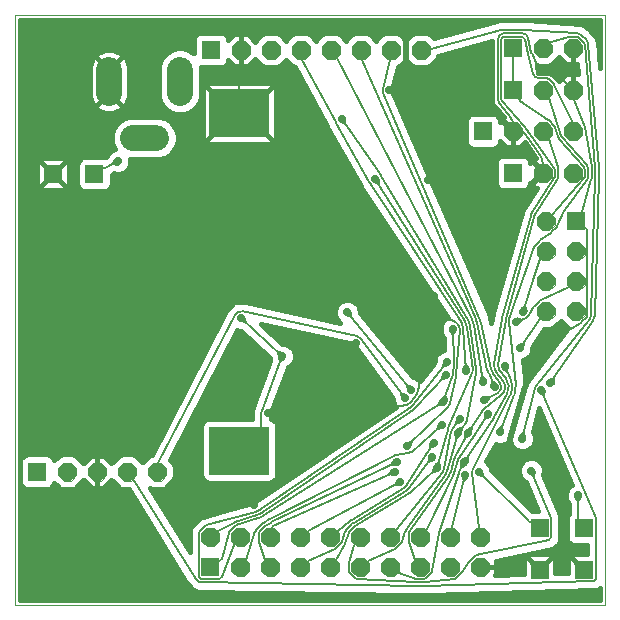
<source format=gbl>
G04 This is an RS-274x file exported by *
G04 gerbv version 2.6.1 *
G04 More information is available about gerbv at *
G04 http://gerbv.geda-project.org/ *
G04 --End of header info--*
%MOIN*%
%FSLAX34Y34*%
%IPPOS*%
G04 --Define apertures--*
%AMMACRO10*
21,1,0.060000,0.060000,0.000000,0.000000,0.000000*
%
%ADD10MACRO10*%
%AMMACRO11*
21,1,0.196850,0.157480,0.000000,0.000000,0.000000*
%
%ADD11MACRO11*%
%AMMACRO12*
21,1,0.059055,0.059055,0.000000,0.000000,0.000000*
%
%ADD12MACRO12*%
%ADD13C,0.0000*%
%ADD14C,0.0060*%
%ADD15C,0.0000*%
%ADD16C,0.0157*%
%ADD17C,0.0197*%
%ADD18C,0.0150*%
%ADD19C,0.0276*%
%ADD20C,0.0860*%
G04 --Start main section--*
G36*
G01X0014720Y0009561D02*
G01X0014691Y0009630D01*
G01X0014691Y0009795D01*
G01X0014754Y0009947D01*
G01X0014871Y0010063D01*
G01X0014932Y0010088D01*
G01X0012037Y0014441D01*
G01X0012034Y0014446D01*
G01X0012028Y0014456D01*
G01X0012025Y0014461D01*
G01X0010907Y0016457D01*
G01X0010904Y0016462D01*
G01X0009852Y0018432D01*
G01X0009759Y0018470D01*
G01X0009720Y0018509D01*
G01X0009544Y0018685D01*
G01X0009539Y0018690D01*
G01X0009534Y0018685D01*
G01X0009359Y0018509D01*
G01X0009320Y0018470D01*
G01X0009219Y0018428D01*
G01X0009164Y0018428D01*
G01X0008915Y0018428D01*
G01X0008861Y0018428D01*
G01X0008759Y0018470D01*
G01X0008720Y0018509D01*
G01X0008544Y0018685D01*
G01X0008506Y0018723D01*
G01X0008501Y0018718D01*
G01X0008325Y0018542D01*
G01X0008293Y0018510D01*
G01X0008209Y0018475D01*
G01X0008164Y0018475D01*
G01X0007915Y0018475D01*
G01X0007870Y0018475D01*
G01X0007786Y0018510D01*
G01X0007753Y0018542D01*
G01X0007615Y0018681D01*
G01X0007615Y0018649D01*
G01X0007573Y0018548D01*
G01X0007496Y0018470D01*
G01X0007394Y0018428D01*
G01X0007339Y0018428D01*
G01X0006739Y0018428D01*
G01X0006717Y0018428D01*
G01X0006717Y0017474D01*
G01X0006669Y0017295D01*
G01X0006576Y0017134D01*
G01X0006445Y0017002D01*
G01X0006284Y0016909D01*
G01X0006105Y0016861D01*
G01X0005919Y0016861D01*
G01X0005739Y0016909D01*
G01X0005579Y0017002D01*
G01X0005447Y0017134D01*
G01X0005354Y0017295D01*
G01X0005306Y0017474D01*
G01X0005306Y0018447D01*
G01X0005354Y0018627D01*
G01X0005447Y0018788D01*
G01X0005579Y0018919D01*
G01X0005739Y0019012D01*
G01X0005919Y0019060D01*
G01X0006105Y0019060D01*
G01X0006284Y0019012D01*
G01X0006445Y0018919D01*
G01X0006464Y0018900D01*
G01X0006464Y0019249D01*
G01X0006464Y0019304D01*
G01X0006464Y0019359D01*
G01X0006506Y0019460D01*
G01X0006583Y0019538D01*
G01X0006685Y0019580D01*
G01X0006739Y0019580D01*
G01X0006794Y0019580D01*
G01X0007339Y0019580D01*
G01X0007394Y0019580D01*
G01X0007495Y0019538D01*
G01X0007573Y0019460D01*
G01X0007615Y0019359D01*
G01X0007615Y0019327D01*
G01X0007753Y0019466D01*
G01X0007785Y0019498D01*
G01X0007869Y0019533D01*
G01X0007915Y0019533D01*
G01X0008164Y0019533D01*
G01X0008209Y0019533D01*
G01X0008293Y0019498D01*
G01X0008325Y0019466D01*
G01X0008501Y0019290D01*
G01X0008506Y0019285D01*
G01X0008545Y0019323D01*
G01X0008583Y0019362D01*
G01X0008720Y0019499D01*
G01X0008759Y0019537D01*
G01X0008860Y0019579D01*
G01X0008915Y0019580D01*
G01X0009164Y0019580D01*
G01X0009218Y0019580D01*
G01X0009320Y0019538D01*
G01X0009359Y0019499D01*
G01X0009534Y0019323D01*
G01X0009539Y0019318D01*
G01X0009545Y0019323D01*
G01X0009583Y0019362D01*
G01X0009720Y0019499D01*
G01X0009759Y0019537D01*
G01X0009860Y0019579D01*
G01X0009915Y0019580D01*
G01X0010164Y0019580D01*
G01X0010218Y0019580D01*
G01X0010320Y0019538D01*
G01X0010359Y0019499D01*
G01X0010534Y0019323D01*
G01X0010539Y0019318D01*
G01X0010545Y0019323D01*
G01X0010583Y0019362D01*
G01X0010720Y0019499D01*
G01X0010759Y0019537D01*
G01X0010860Y0019579D01*
G01X0010915Y0019580D01*
G01X0011164Y0019580D01*
G01X0011218Y0019580D01*
G01X0011320Y0019538D01*
G01X0011359Y0019499D01*
G01X0011534Y0019323D01*
G01X0011539Y0019318D01*
G01X0011545Y0019323D01*
G01X0011583Y0019362D01*
G01X0011720Y0019499D01*
G01X0011759Y0019537D01*
G01X0011860Y0019579D01*
G01X0011915Y0019580D01*
G01X0012164Y0019580D01*
G01X0012218Y0019580D01*
G01X0012320Y0019538D01*
G01X0012359Y0019499D01*
G01X0012534Y0019323D01*
G01X0012539Y0019318D01*
G01X0012545Y0019323D01*
G01X0012583Y0019362D01*
G01X0012720Y0019499D01*
G01X0012759Y0019537D01*
G01X0012860Y0019579D01*
G01X0012915Y0019580D01*
G01X0013164Y0019580D01*
G01X0013218Y0019580D01*
G01X0013320Y0019538D01*
G01X0013359Y0019499D01*
G01X0013534Y0019323D01*
G01X0013539Y0019318D01*
G01X0013545Y0019323D01*
G01X0013583Y0019362D01*
G01X0013720Y0019499D01*
G01X0013759Y0019537D01*
G01X0013860Y0019579D01*
G01X0013915Y0019580D01*
G01X0014164Y0019580D01*
G01X0014218Y0019580D01*
G01X0014320Y0019538D01*
G01X0014359Y0019499D01*
G01X0014466Y0019391D01*
G01X0016573Y0019979D01*
G01X0016613Y0019995D01*
G01X0016652Y0019995D01*
G01X0016673Y0019995D01*
G01X0016947Y0019995D01*
G01X0017008Y0019995D01*
G01X0017547Y0019995D01*
G01X0017568Y0019995D01*
G01X0019332Y0019875D01*
G01X0019382Y0019875D01*
G01X0019392Y0019871D01*
G01X0019398Y0019871D01*
G01X0019445Y0019849D01*
G01X0019495Y0019829D01*
G01X0019498Y0019825D01*
G01X0019538Y0019786D01*
G01X0019661Y0019662D01*
G01X0019704Y0019619D01*
G01X0019837Y0019487D01*
G01X0019875Y0019449D01*
G01X0019920Y0019352D01*
G01X0019925Y0019298D01*
G01X0020006Y0018405D01*
G01X0020006Y0020006D01*
G01X0000679Y0020006D01*
G01X0000679Y0000679D01*
G01X0020006Y0000679D01*
G01X0020006Y0001060D01*
G01X0019988Y0001042D01*
G01X0019880Y0000996D01*
G01X0019822Y0000994D01*
G01X0014294Y0000836D01*
G01X0014285Y0000835D01*
G01X0014072Y0000835D01*
G01X0014011Y0000835D01*
G01X0013762Y0000835D01*
G01X0013757Y0000836D01*
G01X0013702Y0000835D01*
G01X0013699Y0000836D01*
G01X0006631Y0000956D01*
G01X0006572Y0000957D01*
G01X0006462Y0001003D01*
G01X0006420Y0001045D01*
G01X0006297Y0001168D01*
G01X0006285Y0001181D01*
G01X0006263Y0001209D01*
G01X0006253Y0001224D01*
G01X0004304Y0004377D01*
G01X0004132Y0004377D01*
G01X0004077Y0004377D01*
G01X0003976Y0004419D01*
G01X0003937Y0004458D01*
G01X0003800Y0004595D01*
G01X0003761Y0004634D01*
G01X0003723Y0004672D01*
G01X0003718Y0004667D01*
G01X0003542Y0004491D01*
G01X0003510Y0004459D01*
G01X0003426Y0004424D01*
G01X0003380Y0004424D01*
G01X0003132Y0004424D01*
G01X0003086Y0004424D01*
G01X0003002Y0004459D01*
G01X0002970Y0004491D01*
G01X0002826Y0004635D01*
G01X0002794Y0004667D01*
G01X0002789Y0004672D01*
G01X0002751Y0004634D01*
G01X0002575Y0004458D01*
G01X0002536Y0004419D01*
G01X0002435Y0004377D01*
G01X0002380Y0004377D01*
G01X0002132Y0004377D01*
G01X0002077Y0004377D01*
G01X0001976Y0004419D01*
G01X0001937Y0004458D01*
G01X0001821Y0004573D01*
G01X0001790Y0004497D01*
G01X0001712Y0004419D01*
G01X0001611Y0004377D01*
G01X0001556Y0004377D01*
G01X0001011Y0004377D01*
G01X0000956Y0004377D01*
G01X0000901Y0004377D01*
G01X0000800Y0004419D01*
G01X0000722Y0004497D01*
G01X0000680Y0004598D01*
G01X0000680Y0004653D01*
G01X0000680Y0004708D01*
G01X0000680Y0005253D01*
G01X0000680Y0005307D01*
G01X0000722Y0005409D01*
G01X0000800Y0005486D01*
G01X0000901Y0005528D01*
G01X0000956Y0005528D01*
G01X0001556Y0005528D01*
G01X0001610Y0005528D01*
G01X0001712Y0005487D01*
G01X0001789Y0005409D01*
G01X0001821Y0005332D01*
G01X0001937Y0005448D01*
G01X0001975Y0005486D01*
G01X0002077Y0005528D01*
G01X0002132Y0005528D01*
G01X0002380Y0005528D01*
G01X0002435Y0005528D01*
G01X0002536Y0005487D01*
G01X0002575Y0005448D01*
G01X0002751Y0005272D01*
G01X0002789Y0005234D01*
G01X0002794Y0005239D01*
G01X0002970Y0005414D01*
G01X0003002Y0005447D01*
G01X0003086Y0005481D01*
G01X0003132Y0005481D01*
G01X0003380Y0005481D01*
G01X0003425Y0005482D01*
G01X0003510Y0005447D01*
G01X0003542Y0005414D01*
G01X0003718Y0005239D01*
G01X0003723Y0005234D01*
G01X0003761Y0005272D01*
G01X0003937Y0005448D01*
G01X0003975Y0005486D01*
G01X0004077Y0005528D01*
G01X0004132Y0005528D01*
G01X0004380Y0005528D01*
G01X0004435Y0005528D01*
G01X0004536Y0005487D01*
G01X0004575Y0005448D01*
G01X0004751Y0005272D01*
G01X0004756Y0005267D01*
G01X0004761Y0005272D01*
G01X0004937Y0005448D01*
G01X0004975Y0005486D01*
G01X0005067Y0005524D01*
G01X0007540Y0010306D01*
G01X0007551Y0010327D01*
G01X0007579Y0010365D01*
G01X0007595Y0010381D01*
G01X0007729Y0010515D01*
G01X0007772Y0010558D01*
G01X0007884Y0010604D01*
G01X0007945Y0010604D01*
G01X0008134Y0010604D01*
G01X0008150Y0010604D01*
G01X0008183Y0010601D01*
G01X0008198Y0010598D01*
G01X0011342Y0009920D01*
G01X0011236Y0010026D01*
G01X0011173Y0010178D01*
G01X0011173Y0010342D01*
G01X0011236Y0010494D01*
G01X0011352Y0010610D01*
G01X0011504Y0010673D01*
G01X0011669Y0010673D01*
G01X0011821Y0010610D01*
G01X0011937Y0010494D01*
G01X0011978Y0010396D01*
G01X0011986Y0010382D01*
G01X0011988Y0010372D01*
G01X0012000Y0010342D01*
G01X0012000Y0010291D01*
G01X0012010Y0010227D01*
G01X0013763Y0008104D01*
G01X0013786Y0008096D01*
G01X0013797Y0008096D01*
G01X0013863Y0008068D01*
G01X0013910Y0008052D01*
G01X0013916Y0008046D01*
G01X0013949Y0008033D01*
G01X0014019Y0007963D01*
G01X0014403Y0008469D01*
G01X0014410Y0008479D01*
G01X0014482Y0008566D01*
G01X0014492Y0008630D01*
G01X0014492Y0008681D01*
G01X0014504Y0008710D01*
G01X0014506Y0008721D01*
G01X0014515Y0008735D01*
G01X0014555Y0008833D01*
G01X0014671Y0008949D01*
G01X0014819Y0009010D01*
G01X0014808Y0009410D01*
G01X0014781Y0009452D01*
G01X0014754Y0009478D01*
G01X0014737Y0009521D01*
G01X0014724Y0009542D01*
G01X0014720Y0009561D01*
G01X0014720Y0009561D01*
G37*
%LPC*%
G36*
G01X0003842Y0014889D02*
G01X0003810Y0014892D01*
G01X0003728Y0014852D01*
G01X0003728Y0014575D01*
G01X0003728Y0014520D01*
G01X0003687Y0014419D01*
G01X0003609Y0014341D01*
G01X0003508Y0014299D01*
G01X0003453Y0014299D01*
G01X0002862Y0014299D01*
G01X0002808Y0014299D01*
G01X0002706Y0014341D01*
G01X0002629Y0014419D01*
G01X0002587Y0014520D01*
G01X0002587Y0014575D01*
G01X0002587Y0015111D01*
G01X0002587Y0015165D01*
G01X0002587Y0015220D01*
G01X0002629Y0015321D01*
G01X0002706Y0015399D01*
G01X0002807Y0015441D01*
G01X0002862Y0015441D01*
G01X0002917Y0015441D01*
G01X0003453Y0015441D01*
G01X0003507Y0015441D01*
G01X0003526Y0015433D01*
G01X0003543Y0015441D01*
G01X0003574Y0015489D01*
G01X0003591Y0015529D01*
G01X0003618Y0015557D01*
G01X0003628Y0015572D01*
G01X0003644Y0015583D01*
G01X0003707Y0015646D01*
G01X0003837Y0015700D01*
G01X0003779Y0015799D01*
G01X0003731Y0015978D01*
G01X0003731Y0016164D01*
G01X0003779Y0016343D01*
G01X0003872Y0016504D01*
G01X0004004Y0016635D01*
G01X0004165Y0016728D01*
G01X0004344Y0016776D01*
G01X0005317Y0016776D01*
G01X0005497Y0016728D01*
G01X0005658Y0016635D01*
G01X0005789Y0016504D01*
G01X0005882Y0016343D01*
G01X0005930Y0016164D01*
G01X0005930Y0015978D01*
G01X0005882Y0015799D01*
G01X0005789Y0015638D01*
G01X0005658Y0015506D01*
G01X0005497Y0015413D01*
G01X0005317Y0015365D01*
G01X0004354Y0015365D01*
G01X0004354Y0015213D01*
G01X0004291Y0015061D01*
G01X0004175Y0014945D01*
G01X0004023Y0014882D01*
G01X0003978Y0014882D01*
G01X0003966Y0014878D01*
G01X0003923Y0014882D01*
G01X0003859Y0014882D01*
G01X0003842Y0014889D01*
G37*
G36*
G01X0001484Y0015394D02*
G01X0001530Y0015394D01*
G01X0002075Y0015394D01*
G01X0002120Y0015394D01*
G01X0002204Y0015359D01*
G01X0002269Y0015295D01*
G01X0002304Y0015211D01*
G01X0002304Y0015165D01*
G01X0002304Y0014575D01*
G01X0002304Y0014529D01*
G01X0002269Y0014445D01*
G01X0002205Y0014381D01*
G01X0002121Y0014346D01*
G01X0002075Y0014346D01*
G01X0001484Y0014346D01*
G01X0001439Y0014346D01*
G01X0001355Y0014381D01*
G01X0001290Y0014445D01*
G01X0001256Y0014529D01*
G01X0001256Y0014575D01*
G01X0001256Y0015120D01*
G01X0001256Y0015165D01*
G01X0001256Y0015211D01*
G01X0001290Y0015295D01*
G01X0001355Y0015359D01*
G01X0001439Y0015394D01*
G01X0001484Y0015394D01*
G37*
G36*
G01X0006767Y0017686D02*
G01X0006767Y0017731D01*
G01X0006802Y0017815D01*
G01X0006866Y0017880D01*
G01X0006950Y0017915D01*
G01X0006996Y0017915D01*
G01X0008965Y0017915D01*
G01X0009010Y0017915D01*
G01X0009094Y0017880D01*
G01X0009158Y0017816D01*
G01X0009193Y0017732D01*
G01X0009193Y0017686D01*
G01X0009193Y0016111D01*
G01X0009193Y0016066D01*
G01X0009159Y0015982D01*
G01X0009094Y0015917D01*
G01X0009010Y0015883D01*
G01X0008965Y0015882D01*
G01X0007042Y0015882D01*
G01X0006996Y0015882D01*
G01X0006951Y0015882D01*
G01X0006866Y0015917D01*
G01X0006802Y0015982D01*
G01X0006767Y0016066D01*
G01X0006767Y0016111D01*
G01X0006767Y0016157D01*
G01X0006767Y0017686D01*
G37*
G36*
G01X0004308Y0017436D02*
G01X0004208Y0017194D01*
G01X0004023Y0017008D01*
G01X0003781Y0016908D01*
G01X0003519Y0016908D01*
G01X0003276Y0017008D01*
G01X0003091Y0017194D01*
G01X0002991Y0017436D01*
G01X0002991Y0018485D01*
G01X0003091Y0018727D01*
G01X0003276Y0018913D01*
G01X0003519Y0019013D01*
G01X0003781Y0019013D01*
G01X0004023Y0018913D01*
G01X0004208Y0018727D01*
G01X0004308Y0018485D01*
G01X0004308Y0017436D01*
G37*
%LPD*%
G36*
G01X0013097Y0007373D02*
G01X0013090Y0007449D01*
G01X0011854Y0009143D01*
G01X0011800Y0009196D01*
G01X0008714Y0009861D01*
G01X0009406Y0009219D01*
G01X0009457Y0009209D01*
G01X0009496Y0009209D01*
G01X0009537Y0009192D01*
G01X0009559Y0009187D01*
G01X0009575Y0009176D01*
G01X0009648Y0009146D01*
G01X0009764Y0009029D01*
G01X0009827Y0008878D01*
G01X0009827Y0008713D01*
G01X0009764Y0008561D01*
G01X0009724Y0008521D01*
G01X0009716Y0008507D01*
G01X0009688Y0008485D01*
G01X0009648Y0008445D01*
G01X0009624Y0008435D01*
G01X0009593Y0008411D01*
G01X0009026Y0006943D01*
G01X0009026Y0006709D01*
G01X0009120Y0006670D01*
G01X0009198Y0006592D01*
G01X0009240Y0006491D01*
G01X0009240Y0006436D01*
G01X0009240Y0004861D01*
G01X0009240Y0004807D01*
G01X0009198Y0004705D01*
G01X0009121Y0004628D01*
G01X0009020Y0004586D01*
G01X0008965Y0004586D01*
G01X0007051Y0004586D01*
G01X0006996Y0004586D01*
G01X0006941Y0004586D01*
G01X0006840Y0004628D01*
G01X0006762Y0004705D01*
G01X0006720Y0004806D01*
G01X0006720Y0004861D01*
G01X0006720Y0004916D01*
G01X0006720Y0006436D01*
G01X0006720Y0006491D01*
G01X0006762Y0006592D01*
G01X0006840Y0006670D01*
G01X0006941Y0006712D01*
G01X0006996Y0006712D01*
G01X0008415Y0006712D01*
G01X0008415Y0007000D01*
G01X0008415Y0007028D01*
G01X0008426Y0007084D01*
G01X0008436Y0007110D01*
G01X0009022Y0008631D01*
G01X0009014Y0008680D01*
G01X0009000Y0008713D01*
G01X0009000Y0008736D01*
G01X0008990Y0008771D01*
G01X0008047Y0009647D01*
G01X0007996Y0009657D01*
G01X0007957Y0009657D01*
G01X0007916Y0009674D01*
G01X0007903Y0009677D01*
G01X0005668Y0005355D01*
G01X0005751Y0005272D01*
G01X0005789Y0005233D01*
G01X0005831Y0005132D01*
G01X0005831Y0005077D01*
G01X0005831Y0004829D01*
G01X0005832Y0004774D01*
G01X0005790Y0004673D01*
G01X0005751Y0004634D01*
G01X0005575Y0004458D01*
G01X0005536Y0004419D01*
G01X0005435Y0004377D01*
G01X0005380Y0004377D01*
G01X0005132Y0004377D01*
G01X0005077Y0004377D01*
G01X0005005Y0004407D01*
G01X0006328Y0002266D01*
G01X0006328Y0002872D01*
G01X0006328Y0002933D01*
G01X0006328Y0002994D01*
G01X0006374Y0003106D01*
G01X0006417Y0003149D01*
G01X0006470Y0003202D01*
G01X0006513Y0003245D01*
G01X0006646Y0003378D01*
G01X0006675Y0003407D01*
G01X0006744Y0003447D01*
G01X0006783Y0003457D01*
G01X0007684Y0003697D01*
G01X0007684Y0003698D01*
G01X0008439Y0003897D01*
G01X0013207Y0007110D01*
G01X0013160Y0007157D01*
G01X0013097Y0007309D01*
G01X0013097Y0007373D01*
G01X0013097Y0007373D01*
G37*
G36*
G01X0016384Y0009897D02*
G01X0016435Y0010201D01*
G01X0016436Y0010209D01*
G01X0016440Y0010226D01*
G01X0016442Y0010234D01*
G01X0017392Y0013586D01*
G01X0017399Y0013608D01*
G01X0017418Y0013650D01*
G01X0017430Y0013669D01*
G01X0017903Y0014399D01*
G01X0017853Y0014419D01*
G01X0017820Y0014452D01*
G01X0017682Y0014590D01*
G01X0017682Y0014559D01*
G01X0017640Y0014457D01*
G01X0017563Y0014380D01*
G01X0017461Y0014338D01*
G01X0017406Y0014338D01*
G01X0016806Y0014338D01*
G01X0016752Y0014338D01*
G01X0016650Y0014380D01*
G01X0016573Y0014457D01*
G01X0016531Y0014558D01*
G01X0016531Y0014613D01*
G01X0016531Y0015159D01*
G01X0016531Y0015213D01*
G01X0016531Y0015268D01*
G01X0016573Y0015369D01*
G01X0016650Y0015447D01*
G01X0016751Y0015489D01*
G01X0016806Y0015489D01*
G01X0016861Y0015489D01*
G01X0017406Y0015489D01*
G01X0017461Y0015489D01*
G01X0017562Y0015447D01*
G01X0017640Y0015370D01*
G01X0017682Y0015268D01*
G01X0017682Y0015237D01*
G01X0017820Y0015375D01*
G01X0017852Y0015407D01*
G01X0017870Y0015415D01*
G01X0017491Y0015933D01*
G01X0017396Y0015837D01*
G01X0017364Y0015805D01*
G01X0017280Y0015771D01*
G01X0017234Y0015770D01*
G01X0016986Y0015770D01*
G01X0016941Y0015770D01*
G01X0016857Y0015805D01*
G01X0016824Y0015837D01*
G01X0016686Y0015976D01*
G01X0016686Y0015945D01*
G01X0016644Y0015843D01*
G01X0016567Y0015766D01*
G01X0016465Y0015724D01*
G01X0016410Y0015724D01*
G01X0015810Y0015724D01*
G01X0015756Y0015724D01*
G01X0015654Y0015765D01*
G01X0015577Y0015843D01*
G01X0015535Y0015944D01*
G01X0015535Y0015999D01*
G01X0015535Y0016544D01*
G01X0015535Y0016599D01*
G01X0015535Y0016654D01*
G01X0015577Y0016755D01*
G01X0015654Y0016833D01*
G01X0015755Y0016875D01*
G01X0015810Y0016875D01*
G01X0015865Y0016875D01*
G01X0016410Y0016875D01*
G01X0016465Y0016875D01*
G01X0016566Y0016833D01*
G01X0016644Y0016756D01*
G01X0016686Y0016654D01*
G01X0016686Y0016623D01*
G01X0016824Y0016760D01*
G01X0016488Y0017136D01*
G01X0016451Y0017178D01*
G01X0016410Y0017284D01*
G01X0016411Y0017340D01*
G01X0016411Y0017354D01*
G01X0016411Y0017415D01*
G01X0016411Y0018015D01*
G01X0016411Y0018015D01*
G01X0016411Y0018075D01*
G01X0016411Y0018076D01*
G01X0016414Y0019300D01*
G01X0014602Y0018794D01*
G01X0014573Y0018724D01*
G01X0014534Y0018685D01*
G01X0014359Y0018509D01*
G01X0014320Y0018470D01*
G01X0014219Y0018428D01*
G01X0014164Y0018428D01*
G01X0013915Y0018428D01*
G01X0013861Y0018428D01*
G01X0013759Y0018470D01*
G01X0013720Y0018509D01*
G01X0013544Y0018685D01*
G01X0013539Y0018690D01*
G01X0013534Y0018685D01*
G01X0013359Y0018509D01*
G01X0013320Y0018470D01*
G01X0013261Y0018446D01*
G01X0013058Y0017714D01*
G01X0013058Y0017630D01*
G01X0014331Y0014698D01*
G01X0014332Y0014697D01*
G01X0016265Y0010298D01*
G01X0016267Y0010292D01*
G01X0016336Y0010125D01*
G01X0016343Y0010110D01*
G01X0016352Y0010078D01*
G01X0016355Y0010062D01*
G01X0016384Y0009897D01*
G01X0016384Y0009897D01*
G37*
G36*
G01X0018122Y0004874D02*
G01X0018116Y0004830D01*
G01X0018664Y0003513D01*
G01X0018675Y0003485D01*
G01X0018687Y0003426D01*
G01X0018687Y0003396D01*
G01X0018687Y0002866D01*
G01X0018687Y0002805D01*
G01X0018687Y0002730D01*
G01X0018687Y0002670D01*
G01X0018641Y0002557D01*
G01X0018598Y0002514D01*
G01X0018555Y0002471D01*
G01X0018545Y0002461D01*
G01X0018513Y0002430D01*
G01X0018435Y0002388D01*
G01X0018391Y0002378D01*
G01X0016532Y0001990D01*
G01X0016552Y0001942D01*
G01X0016552Y0001896D01*
G01X0016552Y0001647D01*
G01X0016552Y0001602D01*
G01X0016518Y0001518D01*
G01X0016510Y0001511D01*
G01X0017472Y0001538D01*
G01X0017472Y0001980D01*
G01X0017472Y0002026D01*
G01X0017507Y0002110D01*
G01X0017571Y0002174D01*
G01X0017655Y0002209D01*
G01X0017701Y0002209D01*
G01X0018291Y0002209D01*
G01X0018337Y0002209D01*
G01X0018421Y0002174D01*
G01X0018485Y0002110D01*
G01X0018520Y0002026D01*
G01X0018520Y0001980D01*
G01X0018520Y0001568D01*
G01X0018956Y0001581D01*
G01X0018956Y0001980D01*
G01X0018956Y0002026D01*
G01X0018991Y0002110D01*
G01X0019055Y0002174D01*
G01X0019139Y0002209D01*
G01X0019185Y0002209D01*
G01X0019560Y0002209D01*
G01X0019560Y0002492D01*
G01X0019240Y0002492D01*
G01X0019185Y0002492D01*
G01X0019130Y0002492D01*
G01X0019029Y0002534D01*
G01X0018951Y0002612D01*
G01X0018909Y0002713D01*
G01X0018909Y0002768D01*
G01X0018909Y0002823D01*
G01X0018909Y0003358D01*
G01X0018909Y0003413D01*
G01X0018951Y0003514D01*
G01X0018970Y0003533D01*
G01X0018970Y0003871D01*
G01X0018947Y0003909D01*
G01X0018925Y0003931D01*
G01X0018905Y0003979D01*
G01X0018890Y0004005D01*
G01X0018887Y0004023D01*
G01X0018862Y0004083D01*
G01X0018862Y0004248D01*
G01X0018925Y0004400D01*
G01X0019041Y0004516D01*
G01X0019060Y0004523D01*
G01X0017976Y0007082D01*
G01X0017781Y0006272D01*
G01X0017804Y0006199D01*
G01X0017829Y0006140D01*
G01X0017829Y0005975D01*
G01X0017766Y0005823D01*
G01X0017650Y0005707D01*
G01X0017498Y0005644D01*
G01X0017333Y0005644D01*
G01X0017181Y0005707D01*
G01X0017065Y0005823D01*
G01X0017002Y0005975D01*
G01X0017002Y0006025D01*
G01X0016897Y0005920D01*
G01X0016745Y0005857D01*
G01X0016581Y0005857D01*
G01X0016526Y0005880D01*
G01X0016218Y0005292D01*
G01X0016323Y0005187D01*
G01X0016347Y0005128D01*
G01X0016358Y0005113D01*
G01X0016366Y0005083D01*
G01X0016386Y0005035D01*
G01X0016386Y0005004D01*
G01X0016397Y0004962D01*
G01X0017729Y0003634D01*
G01X0017951Y0003634D01*
G01X0017551Y0004595D01*
G01X0017515Y0004622D01*
G01X0017486Y0004634D01*
G01X0017450Y0004670D01*
G01X0017426Y0004688D01*
G01X0017416Y0004704D01*
G01X0017370Y0004750D01*
G01X0017307Y0004902D01*
G01X0017307Y0005066D01*
G01X0017370Y0005218D01*
G01X0017486Y0005335D01*
G01X0017638Y0005398D01*
G01X0017803Y0005398D01*
G01X0017955Y0005335D01*
G01X0018071Y0005218D01*
G01X0018134Y0005066D01*
G01X0018134Y0005002D01*
G01X0018138Y0004985D01*
G01X0018134Y0004954D01*
G01X0018134Y0004902D01*
G01X0018122Y0004874D01*
G01X0018122Y0004874D01*
G37*
G36*
G01X0017756Y0009068D02*
G01X0017756Y0008996D01*
G01X0017693Y0008845D01*
G01X0017577Y0008728D01*
G01X0017434Y0008669D01*
G01X0017509Y0008060D01*
G01X0017511Y0008051D01*
G01X0017512Y0008032D01*
G01X0017512Y0008023D01*
G01X0017512Y0007767D01*
G01X0017530Y0007843D01*
G01X0017537Y0007873D01*
G01X0017564Y0007930D01*
G01X0017582Y0007954D01*
G01X0018925Y0009754D01*
G01X0018917Y0009758D01*
G01X0018878Y0009796D01*
G01X0018702Y0009972D01*
G01X0018697Y0009977D01*
G01X0018692Y0009972D01*
G01X0018516Y0009796D01*
G01X0018477Y0009758D01*
G01X0018376Y0009716D01*
G01X0018321Y0009716D01*
G01X0018140Y0009716D01*
G01X0017760Y0009152D01*
G01X0017756Y0009068D01*
G01X0017756Y0009068D01*
G37*
G36*
G01X0017939Y0018253D02*
G01X0017982Y0018253D01*
G01X0018231Y0018253D01*
G01X0018285Y0018253D01*
G01X0018386Y0018211D01*
G01X0018425Y0018172D01*
G01X0018601Y0017996D01*
G01X0018639Y0017958D01*
G01X0018645Y0017963D01*
G01X0018677Y0017995D01*
G01X0018820Y0018139D01*
G01X0018852Y0018171D01*
G01X0018936Y0018206D01*
G01X0018982Y0018206D01*
G01X0019231Y0018206D01*
G01X0019276Y0018206D01*
G01X0019286Y0018202D01*
G01X0019256Y0018530D01*
G01X0019234Y0018530D01*
G01X0018986Y0018530D01*
G01X0018941Y0018530D01*
G01X0018857Y0018565D01*
G01X0018824Y0018597D01*
G01X0018649Y0018773D01*
G01X0018643Y0018778D01*
G01X0018605Y0018740D01*
G01X0018429Y0018564D01*
G01X0018391Y0018526D01*
G01X0018290Y0018484D01*
G01X0018234Y0018483D01*
G01X0017986Y0018483D01*
G01X0017931Y0018483D01*
G01X0017912Y0018491D01*
G01X0017939Y0018253D01*
G01X0017939Y0018253D01*
G37*
G36*
G01X0017806Y0015038D02*
G01X0017982Y0015213D01*
G01X0018231Y0015213D01*
G01X0018406Y0015038D01*
G01X0018406Y0014789D01*
G01X0018231Y0014613D01*
G01X0017982Y0014613D01*
G01X0017806Y0014789D01*
G01X0017806Y0015038D01*
G37*
G36*
G01X0018806Y0015038D02*
G01X0018982Y0015213D01*
G01X0019231Y0015213D01*
G01X0019406Y0015038D01*
G01X0019406Y0014789D01*
G01X0019231Y0014613D01*
G01X0018982Y0014613D01*
G01X0018806Y0014789D01*
G01X0018806Y0015038D01*
G37*
G36*
G01X0016810Y0016423D02*
G01X0016986Y0016599D01*
G01X0017234Y0016599D01*
G01X0017410Y0016423D01*
G01X0017410Y0016175D01*
G01X0017234Y0015999D01*
G01X0016986Y0015999D01*
G01X0016810Y0016175D01*
G01X0016810Y0016423D01*
G37*
G36*
G01X0017810Y0016423D02*
G01X0017986Y0016599D01*
G01X0018234Y0016599D01*
G01X0018410Y0016423D01*
G01X0018410Y0016175D01*
G01X0018234Y0015999D01*
G01X0017986Y0015999D01*
G01X0017810Y0016175D01*
G01X0017810Y0016423D01*
G37*
G36*
G01X0018810Y0016423D02*
G01X0018986Y0016599D01*
G01X0019234Y0016599D01*
G01X0019410Y0016423D01*
G01X0019410Y0016175D01*
G01X0019234Y0015999D01*
G01X0018986Y0015999D01*
G01X0018810Y0016175D01*
G01X0018810Y0016423D01*
G37*
G36*
G01X0018073Y0013591D02*
G01X0017897Y0013416D01*
G01X0017897Y0013167D01*
G01X0018073Y0012991D01*
G01X0018321Y0012991D01*
G01X0018497Y0013167D01*
G01X0018497Y0013416D01*
G01X0018321Y0013591D01*
G01X0018073Y0013591D01*
G37*
G36*
G01X0019073Y0012591D02*
G01X0018897Y0012416D01*
G01X0018897Y0012167D01*
G01X0019073Y0011991D01*
G01X0019321Y0011991D01*
G01X0019497Y0012167D01*
G01X0019497Y0012416D01*
G01X0019321Y0012591D01*
G01X0019073Y0012591D01*
G37*
G36*
G01X0018073Y0012591D02*
G01X0017897Y0012416D01*
G01X0017897Y0012167D01*
G01X0018073Y0011991D01*
G01X0018321Y0011991D01*
G01X0018497Y0012167D01*
G01X0018497Y0012416D01*
G01X0018321Y0012591D01*
G01X0018073Y0012591D01*
G37*
G36*
G01X0019073Y0011591D02*
G01X0018897Y0011416D01*
G01X0018897Y0011167D01*
G01X0019073Y0010991D01*
G01X0019321Y0010991D01*
G01X0019497Y0011167D01*
G01X0019497Y0011416D01*
G01X0019321Y0011591D01*
G01X0019073Y0011591D01*
G37*
G36*
G01X0018073Y0011591D02*
G01X0017897Y0011416D01*
G01X0017897Y0011167D01*
G01X0018073Y0010991D01*
G01X0018321Y0010991D01*
G01X0018497Y0011167D01*
G01X0018497Y0011416D01*
G01X0018321Y0011591D01*
G01X0018073Y0011591D01*
G37*
G36*
G01X0019073Y0010591D02*
G01X0018897Y0010416D01*
G01X0018897Y0010167D01*
G01X0019073Y0009991D01*
G01X0019321Y0009991D01*
G01X0019497Y0010167D01*
G01X0019497Y0010416D01*
G01X0019321Y0010591D01*
G01X0019073Y0010591D01*
G37*
G36*
G01X0018073Y0010591D02*
G01X0017897Y0010416D01*
G01X0017897Y0010167D01*
G01X0018073Y0009991D01*
G01X0018321Y0009991D01*
G01X0018497Y0010167D01*
G01X0018497Y0010416D01*
G01X0018321Y0010591D01*
G01X0018073Y0010591D01*
G37*
G36*
G01X0001956Y0004829D02*
G01X0002132Y0004653D01*
G01X0002380Y0004653D01*
G01X0002556Y0004829D01*
G01X0002556Y0005077D01*
G01X0002380Y0005253D01*
G01X0002132Y0005253D01*
G01X0001956Y0005077D01*
G01X0001956Y0004829D01*
G37*
G36*
G01X0002956Y0004829D02*
G01X0003132Y0004653D01*
G01X0003380Y0004653D01*
G01X0003556Y0004829D01*
G01X0003556Y0005077D01*
G01X0003380Y0005253D01*
G01X0003132Y0005253D01*
G01X0002956Y0005077D01*
G01X0002956Y0004829D01*
G37*
G36*
G01X0003956Y0004829D02*
G01X0004132Y0004653D01*
G01X0004380Y0004653D01*
G01X0004556Y0004829D01*
G01X0004556Y0005077D01*
G01X0004380Y0005253D01*
G01X0004132Y0005253D01*
G01X0003956Y0005077D01*
G01X0003956Y0004829D01*
G37*
G36*
G01X0004956Y0004829D02*
G01X0005132Y0004653D01*
G01X0005380Y0004653D01*
G01X0005556Y0004829D01*
G01X0005556Y0005077D01*
G01X0005380Y0005253D01*
G01X0005132Y0005253D01*
G01X0004956Y0005077D01*
G01X0004956Y0004829D01*
G37*
G36*
G01X0017806Y0017801D02*
G01X0017982Y0017977D01*
G01X0018231Y0017977D01*
G01X0018406Y0017801D01*
G01X0018406Y0017553D01*
G01X0018231Y0017377D01*
G01X0017982Y0017377D01*
G01X0017806Y0017553D01*
G01X0017806Y0017801D01*
G37*
G36*
G01X0018806Y0017801D02*
G01X0018982Y0017977D01*
G01X0019231Y0017977D01*
G01X0019406Y0017801D01*
G01X0019406Y0017553D01*
G01X0019231Y0017377D01*
G01X0018982Y0017377D01*
G01X0018806Y0017553D01*
G01X0018806Y0017801D01*
G37*
G36*
G01X0017810Y0019183D02*
G01X0017986Y0019359D01*
G01X0018234Y0019359D01*
G01X0018410Y0019183D01*
G01X0018410Y0018935D01*
G01X0018234Y0018759D01*
G01X0017986Y0018759D01*
G01X0017810Y0018935D01*
G01X0017810Y0019183D01*
G37*
G36*
G01X0018810Y0019183D02*
G01X0018986Y0019359D01*
G01X0019234Y0019359D01*
G01X0019410Y0019183D01*
G01X0019410Y0018935D01*
G01X0019234Y0018759D01*
G01X0018986Y0018759D01*
G01X0018810Y0018935D01*
G01X0018810Y0019183D01*
G37*
G36*
G01X0006724Y0002896D02*
G01X0006899Y0003072D01*
G01X0007148Y0003072D01*
G01X0007324Y0002896D01*
G01X0007324Y0002647D01*
G01X0007148Y0002472D01*
G01X0006899Y0002472D01*
G01X0006724Y0002647D01*
G01X0006724Y0002896D01*
G37*
G36*
G01X0007724Y0001896D02*
G01X0007899Y0002072D01*
G01X0008148Y0002072D01*
G01X0008324Y0001896D01*
G01X0008324Y0001647D01*
G01X0008148Y0001472D01*
G01X0007899Y0001472D01*
G01X0007724Y0001647D01*
G01X0007724Y0001896D01*
G37*
G36*
G01X0007724Y0002896D02*
G01X0007899Y0003072D01*
G01X0008148Y0003072D01*
G01X0008324Y0002896D01*
G01X0008324Y0002647D01*
G01X0008148Y0002472D01*
G01X0007899Y0002472D01*
G01X0007724Y0002647D01*
G01X0007724Y0002896D01*
G37*
G36*
G01X0008724Y0001896D02*
G01X0008899Y0002072D01*
G01X0009148Y0002072D01*
G01X0009324Y0001896D01*
G01X0009324Y0001647D01*
G01X0009148Y0001472D01*
G01X0008899Y0001472D01*
G01X0008724Y0001647D01*
G01X0008724Y0001896D01*
G37*
G36*
G01X0008724Y0002896D02*
G01X0008899Y0003072D01*
G01X0009148Y0003072D01*
G01X0009324Y0002896D01*
G01X0009324Y0002647D01*
G01X0009148Y0002472D01*
G01X0008899Y0002472D01*
G01X0008724Y0002647D01*
G01X0008724Y0002896D01*
G37*
G36*
G01X0009724Y0001896D02*
G01X0009899Y0002072D01*
G01X0010148Y0002072D01*
G01X0010324Y0001896D01*
G01X0010324Y0001647D01*
G01X0010148Y0001472D01*
G01X0009899Y0001472D01*
G01X0009724Y0001647D01*
G01X0009724Y0001896D01*
G37*
G36*
G01X0009724Y0002896D02*
G01X0009899Y0003072D01*
G01X0010148Y0003072D01*
G01X0010324Y0002896D01*
G01X0010324Y0002647D01*
G01X0010148Y0002472D01*
G01X0009899Y0002472D01*
G01X0009724Y0002647D01*
G01X0009724Y0002896D01*
G37*
G36*
G01X0010724Y0001896D02*
G01X0010899Y0002072D01*
G01X0011148Y0002072D01*
G01X0011324Y0001896D01*
G01X0011324Y0001647D01*
G01X0011148Y0001472D01*
G01X0010899Y0001472D01*
G01X0010724Y0001647D01*
G01X0010724Y0001896D01*
G37*
G36*
G01X0010724Y0002896D02*
G01X0010899Y0003072D01*
G01X0011148Y0003072D01*
G01X0011324Y0002896D01*
G01X0011324Y0002647D01*
G01X0011148Y0002472D01*
G01X0010899Y0002472D01*
G01X0010724Y0002647D01*
G01X0010724Y0002896D01*
G37*
G36*
G01X0011724Y0001896D02*
G01X0011899Y0002072D01*
G01X0012148Y0002072D01*
G01X0012324Y0001896D01*
G01X0012324Y0001647D01*
G01X0012148Y0001472D01*
G01X0011899Y0001472D01*
G01X0011724Y0001647D01*
G01X0011724Y0001896D01*
G37*
G36*
G01X0011724Y0002896D02*
G01X0011899Y0003072D01*
G01X0012148Y0003072D01*
G01X0012324Y0002896D01*
G01X0012324Y0002647D01*
G01X0012148Y0002472D01*
G01X0011899Y0002472D01*
G01X0011724Y0002647D01*
G01X0011724Y0002896D01*
G37*
G36*
G01X0012724Y0001896D02*
G01X0012899Y0002072D01*
G01X0013148Y0002072D01*
G01X0013324Y0001896D01*
G01X0013324Y0001647D01*
G01X0013148Y0001472D01*
G01X0012899Y0001472D01*
G01X0012724Y0001647D01*
G01X0012724Y0001896D01*
G37*
G36*
G01X0012724Y0002896D02*
G01X0012899Y0003072D01*
G01X0013148Y0003072D01*
G01X0013324Y0002896D01*
G01X0013324Y0002647D01*
G01X0013148Y0002472D01*
G01X0012899Y0002472D01*
G01X0012724Y0002647D01*
G01X0012724Y0002896D01*
G37*
G36*
G01X0013724Y0001896D02*
G01X0013899Y0002072D01*
G01X0014148Y0002072D01*
G01X0014324Y0001896D01*
G01X0014324Y0001647D01*
G01X0014148Y0001472D01*
G01X0013899Y0001472D01*
G01X0013724Y0001647D01*
G01X0013724Y0001896D01*
G37*
G36*
G01X0013724Y0002896D02*
G01X0013899Y0003072D01*
G01X0014148Y0003072D01*
G01X0014324Y0002896D01*
G01X0014324Y0002647D01*
G01X0014148Y0002472D01*
G01X0013899Y0002472D01*
G01X0013724Y0002647D01*
G01X0013724Y0002896D01*
G37*
G36*
G01X0014724Y0001896D02*
G01X0014899Y0002072D01*
G01X0015148Y0002072D01*
G01X0015324Y0001896D01*
G01X0015324Y0001647D01*
G01X0015148Y0001472D01*
G01X0014899Y0001472D01*
G01X0014724Y0001647D01*
G01X0014724Y0001896D01*
G37*
G36*
G01X0014724Y0002896D02*
G01X0014899Y0003072D01*
G01X0015148Y0003072D01*
G01X0015324Y0002896D01*
G01X0015324Y0002647D01*
G01X0015148Y0002472D01*
G01X0014899Y0002472D01*
G01X0014724Y0002647D01*
G01X0014724Y0002896D01*
G37*
G36*
G01X0015724Y0001896D02*
G01X0015899Y0002072D01*
G01X0016148Y0002072D01*
G01X0016324Y0001896D01*
G01X0016324Y0001647D01*
G01X0016148Y0001472D01*
G01X0015899Y0001472D01*
G01X0015724Y0001647D01*
G01X0015724Y0001896D01*
G37*
G36*
G01X0015724Y0002896D02*
G01X0015899Y0003072D01*
G01X0016148Y0003072D01*
G01X0016324Y0002896D01*
G01X0016324Y0002647D01*
G01X0016148Y0002472D01*
G01X0015899Y0002472D01*
G01X0015724Y0002647D01*
G01X0015724Y0002896D01*
G37*
G36*
G01X0007739Y0019128D02*
G01X0007915Y0019304D01*
G01X0008164Y0019304D01*
G01X0008339Y0019128D01*
G01X0008339Y0018880D01*
G01X0008164Y0018704D01*
G01X0007915Y0018704D01*
G01X0007739Y0018880D01*
G01X0007739Y0019128D01*
G37*
G36*
G01X0008739Y0019128D02*
G01X0008915Y0019304D01*
G01X0009164Y0019304D01*
G01X0009339Y0019128D01*
G01X0009339Y0018880D01*
G01X0009164Y0018704D01*
G01X0008915Y0018704D01*
G01X0008739Y0018880D01*
G01X0008739Y0019128D01*
G37*
G36*
G01X0009739Y0019128D02*
G01X0009915Y0019304D01*
G01X0010164Y0019304D01*
G01X0010339Y0019128D01*
G01X0010339Y0018880D01*
G01X0010164Y0018704D01*
G01X0009915Y0018704D01*
G01X0009739Y0018880D01*
G01X0009739Y0019128D01*
G37*
G36*
G01X0010739Y0019128D02*
G01X0010915Y0019304D01*
G01X0011164Y0019304D01*
G01X0011339Y0019128D01*
G01X0011339Y0018880D01*
G01X0011164Y0018704D01*
G01X0010915Y0018704D01*
G01X0010739Y0018880D01*
G01X0010739Y0019128D01*
G37*
G36*
G01X0011739Y0019128D02*
G01X0011915Y0019304D01*
G01X0012164Y0019304D01*
G01X0012339Y0019128D01*
G01X0012339Y0018880D01*
G01X0012164Y0018704D01*
G01X0011915Y0018704D01*
G01X0011739Y0018880D01*
G01X0011739Y0019128D01*
G37*
G36*
G01X0012739Y0019128D02*
G01X0012915Y0019304D01*
G01X0013164Y0019304D01*
G01X0013339Y0019128D01*
G01X0013339Y0018880D01*
G01X0013164Y0018704D01*
G01X0012915Y0018704D01*
G01X0012739Y0018880D01*
G01X0012739Y0019128D01*
G37*
G36*
G01X0013739Y0019128D02*
G01X0013915Y0019304D01*
G01X0014164Y0019304D01*
G01X0014339Y0019128D01*
G01X0014339Y0018880D01*
G01X0014164Y0018704D01*
G01X0013915Y0018704D01*
G01X0013739Y0018880D01*
G01X0013739Y0019128D01*
G37*
G54D10*
G01X0007039Y0019004D03*
G01X0007024Y0001772D03*
G01X0017110Y0019059D03*
G01X0017106Y0017677D03*
G01X0001256Y0004953D03*
G01X0019197Y0013291D03*
G01X0016110Y0016299D03*
G01X0017106Y0014913D03*
G54D11*
G01X0007980Y0016899D03*
G01X0007980Y0005649D03*
G54D12*
G01X0003157Y0014870D03*
G01X0001780Y0014870D03*
G01X0019480Y0003063D03*
G01X0019480Y0001685D03*
G01X0017996Y0003063D03*
G01X0017996Y0001685D03*
G54D13*
G01X0000500Y0020185D02*
G01X0000500Y0000500D01*
G01X0020185Y0020185D02*
G01X0000500Y0020185D01*
G01X0020185Y0000500D02*
G01X0020185Y0020185D01*
G01X0000500Y0000500D02*
G01X0020185Y0000500D01*
G54D14*
G01X0003423Y0015075D02*
G01X0003157Y0014870D01*
G01X0003453Y0015075D02*
G01X0003423Y0015075D01*
G01X0003453Y0015075D02*
G75*
G03X0003491Y0015084I0000000J0000090D01*
G01X0003941Y0015295D02*
G01X0003491Y0015084D01*
G01X0019276Y0003358D02*
G01X0019276Y0004165D01*
G01X0019276Y0003328D02*
G01X0019276Y0003358D01*
G01X0019480Y0003063D02*
G01X0019276Y0003328D01*
G01X0013784Y0007176D02*
G01X0014906Y0008598D01*
G01X0013706Y0007103D02*
G75*
G03X0013784Y0007176I-000195J0000289D01*
G01X0008600Y0003654D02*
G01X0013706Y0007103D01*
G01X0008534Y0003623D02*
G75*
G03X0008600Y0003654I-000061J0000220D01*
G01X0006875Y0003159D02*
G01X0008534Y0003623D01*
G01X0006875Y0003159D02*
G75*
G03X0006836Y0003135I0000024J-000087D01*
G01X0006660Y0002960D02*
G01X0006836Y0003135D01*
G01X0006660Y0002960D02*
G75*
G03X0006633Y0002896I0000064J-000064D01*
G01X0006633Y0001472D02*
G01X0006633Y0002896D01*
G01X0006633Y0001472D02*
G75*
G03X0006724Y0001381I0000090J0000000D01*
G01X0007324Y0001381D02*
G01X0006724Y0001381D01*
G01X0007324Y0001381D02*
G75*
G03X0007408Y0001439I0000000J0000090D01*
G01X0007815Y0002504D02*
G01X0007408Y0001439D01*
G01X0007835Y0002535D02*
G75*
G03X0007815Y0002504I0000064J-000063D01*
G01X0007836Y0002535D02*
G01X0007835Y0002535D01*
G01X0007857Y0002557D02*
G01X0007836Y0002535D01*
G01X0008024Y0002772D02*
G01X0007857Y0002557D01*
G01X0013856Y0007076D02*
G01X0014874Y0008190D01*
G01X0013773Y0007004D02*
G75*
G03X0013856Y0007076I-000262J0000388D01*
G01X0008667Y0003554D02*
G01X0013773Y0007004D01*
G01X0008579Y0003511D02*
G75*
G03X0008667Y0003554I-000107J0000331D01*
G01X0007835Y0003272D02*
G01X0008579Y0003511D01*
G01X0007835Y0003272D02*
G75*
G03X0007799Y0003257I0000064J-000200D01*
G01X0007281Y0002975D02*
G01X0007799Y0003257D01*
G01X0007281Y0002975D02*
G75*
G03X0007260Y0002960I0000043J-000079D01*
G01X0007260Y0002960D02*
G01X0007260Y0002960D01*
G01X0007239Y0002938D02*
G01X0007260Y0002960D01*
G01X0007024Y0002772D02*
G01X0007239Y0002938D01*
G01X0017036Y0008013D02*
G01X0016831Y0008476D01*
G01X0017022Y0007507D02*
G75*
G03X0017036Y0008013I-000524J0000268D01*
G01X0015769Y0005056D02*
G01X0017022Y0007507D01*
G01X0015769Y0005056D02*
G75*
G03X0015746Y0004923I0000203J-000104D01*
G01X0015989Y0003083D02*
G01X0015746Y0004923D01*
G01X0015990Y0003072D02*
G75*
G03X0015989Y0003083I-000090J0000000D01*
G01X0015990Y0003042D02*
G01X0015990Y0003072D01*
G01X0016024Y0002772D02*
G01X0015990Y0003042D01*
G01X0015804Y0009829D02*
G01X0016120Y0007929D01*
G01X0015804Y0009829D02*
G75*
G03X0015735Y0010037I-000699J-000116D01*
G01X0011244Y0018745D02*
G01X0015735Y0010037D01*
G01X0011244Y0018745D02*
G75*
G03X0011228Y0018767I-000080J-000041D01*
G01X0011227Y0018768D02*
G01X0011228Y0018767D01*
G01X0011206Y0018789D02*
G01X0011227Y0018768D01*
G01X0011039Y0019004D02*
G01X0011206Y0018789D01*
G01X0016292Y0008238D02*
G01X0016497Y0007775D01*
G01X0016256Y0008349D02*
G75*
G03X0016292Y0008238I0000575J0000127D01*
G01X0015914Y0009892D02*
G01X0016256Y0008349D01*
G01X0015914Y0009892D02*
G75*
G03X0015864Y0010046I-000809J-000179D01*
G01X0012081Y0018668D02*
G01X0015864Y0010046D01*
G01X0012073Y0018704D02*
G75*
G03X0012081Y0018668I0000090J0000000D01*
G01X0012073Y0018734D02*
G01X0012073Y0018704D01*
G01X0012039Y0019004D02*
G01X0012073Y0018734D01*
G01X0016598Y0007570D02*
G01X0016141Y0007345D01*
G01X0016598Y0007570D02*
G75*
G03X0016676Y0007916I-000101J0000204D01*
G01X0016463Y0008186D02*
G01X0016676Y0007916D01*
G01X0016373Y0008375D02*
G75*
G03X0016463Y0008186I0000457J0000101D01*
G01X0016032Y0009918D02*
G01X0016373Y0008375D01*
G01X0016032Y0009918D02*
G75*
G03X0015977Y0010086I-000927J-000205D01*
G01X0012771Y0017572D02*
G01X0015977Y0010086D01*
G01X0012759Y0017717D02*
G75*
G03X0012771Y0017572I0000221J-000056D01*
G01X0013003Y0018682D02*
G01X0012759Y0017717D01*
G01X0013003Y0018682D02*
G75*
G03X0013005Y0018704I-000087J0000022D01*
G01X0013005Y0018734D02*
G01X0013005Y0018704D01*
G01X0013039Y0019004D02*
G01X0013005Y0018734D01*
G01X0019771Y0009982D02*
G01X0018357Y0007895D01*
G01X0019771Y0009982D02*
G75*
G03X0019827Y0010156I-000274J0000185D01*
G01X0019977Y0014771D02*
G01X0019827Y0010156D01*
G01X0019977Y0014771D02*
G75*
G03X0019977Y0014789I-000571J0000019D01*
G01X0019977Y0015038D02*
G01X0019977Y0014789D01*
G01X0019977Y0015038D02*
G75*
G03X0019975Y0015087I-000571J0000000D01*
G01X0019620Y0019201D02*
G01X0019975Y0015087D01*
G01X0019620Y0019201D02*
G75*
G03X0019559Y0019332I-000210J-000018D01*
G01X0019383Y0019508D02*
G01X0019559Y0019332D01*
G01X0019383Y0019508D02*
G75*
G03X0019248Y0019569I-000149J-000149D01*
G01X0017432Y0019689D02*
G01X0019248Y0019569D01*
G01X0017432Y0019689D02*
G75*
G03X0017410Y0019690I-000022J-000330D01*
G01X0016810Y0019690D02*
G01X0017410Y0019690D01*
G01X0016810Y0019690D02*
G75*
G03X0016724Y0019678I0000000J-000331D01*
G01X0014363Y0019041D02*
G01X0016724Y0019678D01*
G01X0014339Y0019038D02*
G75*
G03X0014363Y0019041I0000000J0000090D01*
G01X0014309Y0019038D02*
G01X0014339Y0019038D01*
G01X0014039Y0019004D02*
G01X0014309Y0019038D01*
G01X0016094Y0006997D02*
G01X0015614Y0006256D01*
G01X0016145Y0007052D02*
G75*
G03X0016094Y0006997I0000141J-000179D01*
G01X0016713Y0007501D02*
G01X0016145Y0007052D01*
G01X0016713Y0007501D02*
G75*
G03X0016771Y0007990I-000216J0000273D01*
G01X0016557Y0008261D02*
G01X0016771Y0007990D01*
G01X0016487Y0008535D02*
G75*
G03X0016557Y0008261I0000343J-000058D01*
G01X0016743Y0010035D02*
G01X0016487Y0008535D01*
G01X0016753Y0010082D02*
G75*
G03X0016743Y0010035I0000451J-000125D01*
G01X0017694Y0013472D02*
G01X0016753Y0010082D01*
G01X0017719Y0013528D02*
G75*
G03X0017694Y0013472I0000178J-000112D01*
G01X0018483Y0014741D02*
G01X0017719Y0013528D01*
G01X0018483Y0014741D02*
G75*
G03X0018496Y0014789I-000076J0000048D01*
G01X0018496Y0015038D02*
G01X0018496Y0014789D01*
G01X0018496Y0015038D02*
G75*
G03X0018480Y0015090I-000090J0000000D01*
G01X0017737Y0016122D02*
G01X0018480Y0015090D01*
G01X0017737Y0016122D02*
G01X0017737Y0016122D01*
G01X0017484Y0016476D02*
G01X0017737Y0016122D01*
G01X0017484Y0016476D02*
G75*
G03X0017478Y0016483I-000073J-000053D01*
G01X0016739Y0017317D02*
G01X0017478Y0016483D01*
G01X0016716Y0017377D02*
G75*
G03X0016739Y0017317I0000090J0000000D01*
G01X0016716Y0017977D02*
G01X0016716Y0017377D01*
G01X0016716Y0017977D02*
G01X0016716Y0017977D01*
G01X0016720Y0019359D02*
G01X0016716Y0017977D01*
G01X0016810Y0019449D02*
G75*
G03X0016720Y0019359I0000000J-000090D01*
G01X0017410Y0019449D02*
G01X0016810Y0019449D01*
G01X0017498Y0019378D02*
G75*
G03X0017410Y0019449I-000088J-000019D01*
G01X0017605Y0018890D02*
G01X0017498Y0019378D01*
G01X0017605Y0018890D02*
G75*
G03X0017606Y0018883I0000206J0000045D01*
G01X0017775Y0018211D02*
G01X0017606Y0018883D01*
G01X0017775Y0018211D02*
G75*
G03X0017930Y0018084I0000164J0000041D01*
G01X0018236Y0018067D02*
G01X0017930Y0018084D01*
G01X0018294Y0018041D02*
G75*
G03X0018236Y0018067I-000064J-000064D01*
G01X0018470Y0017865D02*
G01X0018294Y0018041D01*
G01X0018488Y0017841D02*
G75*
G03X0018470Y0017865I-000081J-000039D01*
G01X0019067Y0016638D02*
G01X0018488Y0017841D01*
G01X0019076Y0016599D02*
G75*
G03X0019067Y0016638I-000090J0000000D01*
G01X0019076Y0016569D02*
G01X0019076Y0016599D01*
G01X0019110Y0016299D02*
G01X0019076Y0016569D01*
G01X0015177Y0005440D02*
G01X0015614Y0006256D01*
G01X0015177Y0005440D02*
G75*
G03X0015149Y0005369I0000307J-000164D01*
G01X0015033Y0004956D02*
G01X0015149Y0005369D01*
G01X0014965Y0004812D02*
G75*
G03X0015033Y0004956I-000383J0000270D01*
G01X0013650Y0002948D02*
G01X0014965Y0004812D01*
G01X0013650Y0002948D02*
G75*
G03X0013633Y0002896I0000074J-000052D01*
G01X0013633Y0002647D02*
G01X0013633Y0002896D01*
G01X0013633Y0002647D02*
G75*
G03X0013638Y0002620I0000090J0000000D01*
G01X0013836Y0002008D02*
G01X0013638Y0002620D01*
G01X0013857Y0001987D02*
G01X0013836Y0002008D01*
G01X0014024Y0001772D02*
G01X0013857Y0001987D01*
G01X0016475Y0006746D02*
G01X0015484Y0005276D01*
G01X0016475Y0006746D02*
G75*
G03X0016487Y0006766I-000189J0000127D01*
G01X0016910Y0007553D02*
G01X0016487Y0006766D01*
G01X0016910Y0007553D02*
G75*
G03X0016865Y0008065I-000413J0000222D01*
G01X0016652Y0008335D02*
G01X0016865Y0008065D01*
G01X0016606Y0008515D02*
G75*
G03X0016652Y0008335I0000225J-000038D01*
G01X0016861Y0010015D02*
G01X0016606Y0008515D01*
G01X0016869Y0010050D02*
G75*
G03X0016861Y0010015I0000336J-000093D01*
G01X0017810Y0013440D02*
G01X0016869Y0010050D01*
G01X0017821Y0013464D02*
G75*
G03X0017810Y0013440I0000076J-000048D01*
G01X0018584Y0014677D02*
G01X0017821Y0013464D01*
G01X0018584Y0014677D02*
G75*
G03X0018617Y0014789I-000178J0000112D01*
G01X0018617Y0015038D02*
G01X0018617Y0014789D01*
G01X0018617Y0015038D02*
G75*
G03X0018607Y0015100I-000210J0000000D01*
G01X0018321Y0016026D02*
G01X0018607Y0015100D01*
G01X0018321Y0016026D02*
G75*
G03X0018299Y0016063I-000086J-000027D01*
G01X0018298Y0016063D02*
G01X0018299Y0016063D01*
G01X0018277Y0016084D02*
G01X0018298Y0016063D01*
G01X0018110Y0016299D02*
G01X0018277Y0016084D01*
G01X0015314Y0004955D02*
G01X0015484Y0005276D01*
G01X0015314Y0004955D02*
G75*
G03X0015299Y0004920I0000201J-000107D01*
G01X0014638Y0002924D02*
G01X0015299Y0004920D01*
G01X0014638Y0002924D02*
G75*
G03X0014635Y0002911I0000086J-000028D01*
G01X0014412Y0001632D02*
G01X0014635Y0002911D01*
G01X0014387Y0001584D02*
G75*
G03X0014412Y0001632I-000064J0000064D01*
G01X0014212Y0001408D02*
G01X0014387Y0001584D01*
G01X0014148Y0001381D02*
G75*
G03X0014212Y0001408I0000000J0000090D01*
G01X0013899Y0001381D02*
G01X0014148Y0001381D01*
G01X0013873Y0001385D02*
G75*
G03X0013899Y0001381I0000026J0000086D01*
G01X0013297Y0001561D02*
G01X0013873Y0001385D01*
G01X0013260Y0001583D02*
G75*
G03X0013297Y0001561I0000063J0000064D01*
G01X0013260Y0001584D02*
G01X0013260Y0001583D01*
G01X0013239Y0001605D02*
G01X0013260Y0001584D01*
G01X0013024Y0001772D02*
G01X0013239Y0001605D01*
G01X0013628Y0004392D02*
G01X0014421Y0005451D01*
G01X0013529Y0004302D02*
G75*
G03X0013628Y0004392I-000180J0000298D01*
G01X0011791Y0003252D02*
G01X0013529Y0004302D01*
G01X0011791Y0003252D02*
G75*
G03X0011751Y0003220I0000109J-000180D01*
G01X0011575Y0003045D02*
G01X0011751Y0003220D01*
G01X0011575Y0003045D02*
G75*
G03X0011524Y0002963I0000149J-000149D01*
G01X0011409Y0002619D02*
G01X0011524Y0002963D01*
G01X0011387Y0002584D02*
G75*
G03X0011409Y0002619I-000064J0000064D01*
G01X0011212Y0002408D02*
G01X0011387Y0002584D01*
G01X0011186Y0002390D02*
G75*
G03X0011212Y0002408I-000038J0000082D01*
G01X0010260Y0001960D02*
G01X0011186Y0002390D01*
G01X0010239Y0001938D02*
G01X0010260Y0001960D01*
G01X0010024Y0001772D02*
G01X0010239Y0001938D01*
G01X0009056Y0003261D02*
G01X0013232Y0005280D01*
G01X0009056Y0003261D02*
G75*
G03X0009046Y0003256I0000092J-000189D01*
G01X0008856Y0003151D02*
G01X0009046Y0003256D01*
G01X0008856Y0003151D02*
G75*
G03X0008836Y0003135I0000044J-000079D01*
G01X0008660Y0002960D02*
G01X0008836Y0003135D01*
G01X0008660Y0002960D02*
G75*
G03X0008633Y0002896I0000064J-000064D01*
G01X0008633Y0002647D02*
G01X0008633Y0002896D01*
G01X0008633Y0002647D02*
G75*
G03X0008638Y0002620I0000090J0000000D01*
G01X0008836Y0002008D02*
G01X0008638Y0002620D01*
G01X0008857Y0001987D02*
G01X0008836Y0002008D01*
G01X0009024Y0001772D02*
G01X0008857Y0001987D01*
G01X0011587Y0010260D02*
G01X0013715Y0007682D01*
G01X0017834Y0007732D02*
G01X0017415Y0006057D01*
G01X0017878Y0007820D02*
G75*
G03X0017834Y0007732I0000178J-000143D01*
G01X0019661Y0010035D02*
G01X0017878Y0007820D01*
G01X0019661Y0010035D02*
G75*
G03X0019707Y0010160I-000164J0000132D01*
G01X0019857Y0014775D02*
G01X0019707Y0010160D01*
G01X0019857Y0014775D02*
G75*
G03X0019857Y0014789I-000451J0000015D01*
G01X0019857Y0015038D02*
G01X0019857Y0014789D01*
G01X0019857Y0015038D02*
G75*
G03X0019855Y0015076I-000451J0000000D01*
G01X0019500Y0019191D02*
G01X0019855Y0015076D01*
G01X0019500Y0019191D02*
G75*
G03X0019474Y0019247I-000090J-000008D01*
G01X0019298Y0019423D02*
G01X0019474Y0019247D01*
G01X0019298Y0019423D02*
G75*
G03X0019234Y0019449I-000064J-000064D01*
G01X0018986Y0019449D02*
G01X0019234Y0019449D01*
G01X0018986Y0019449D02*
G75*
G03X0018960Y0019445I0000000J-000090D01*
G01X0018384Y0019270D02*
G01X0018960Y0019445D01*
G01X0018384Y0019270D02*
G75*
G03X0018347Y0019247I0000026J-000086D01*
G01X0018346Y0019247D02*
G01X0018347Y0019247D01*
G01X0018325Y0019226D02*
G01X0018346Y0019247D01*
G01X0018110Y0019059D02*
G01X0018325Y0019226D01*
G01X0017156Y0007513D02*
G01X0016663Y0006270D01*
G01X0017156Y0007513D02*
G75*
G03X0017202Y0007851I-000659J0000262D01*
G01X0016978Y0009932D02*
G01X0017202Y0007851D01*
G01X0016989Y0010030D02*
G75*
G03X0016978Y0009932I0000216J-000074D01*
G01X0017811Y0012445D02*
G01X0016989Y0010030D01*
G01X0017833Y0012479D02*
G75*
G03X0017811Y0012445I0000064J-000064D01*
G01X0018009Y0012655D02*
G01X0017833Y0012479D01*
G01X0018020Y0012665D02*
G75*
G03X0018009Y0012655I0000053J-000073D01*
G01X0018374Y0012918D02*
G01X0018020Y0012665D01*
G01X0018374Y0012918D02*
G75*
G03X0018385Y0012928I-000053J0000073D01*
G01X0018561Y0013103D02*
G01X0018385Y0012928D01*
G01X0018561Y0013103D02*
G75*
G03X0018578Y0013129I-000064J0000064D01*
G01X0018815Y0013630D02*
G01X0018578Y0013129D01*
G01X0018824Y0013645D02*
G75*
G03X0018815Y0013630I0000073J-000054D01*
G01X0019576Y0014664D02*
G01X0018824Y0013645D01*
G01X0019576Y0014664D02*
G75*
G03X0019617Y0014789I-000169J0000125D01*
G01X0019617Y0015038D02*
G01X0019617Y0014789D01*
G01X0019617Y0015038D02*
G75*
G03X0019565Y0015176I-000210J0000000D01*
G01X0018742Y0016116D02*
G01X0019565Y0015176D01*
G01X0018724Y0016147D02*
G75*
G03X0018742Y0016116I0000086J0000028D01*
G01X0018316Y0017405D02*
G01X0018724Y0016147D01*
G01X0018316Y0017405D02*
G75*
G03X0018295Y0017441I-000086J-000028D01*
G01X0018294Y0017441D02*
G01X0018295Y0017441D01*
G01X0018273Y0017462D02*
G01X0018294Y0017441D01*
G01X0018106Y0017677D02*
G01X0018273Y0017462D01*
G01X0010260Y0002960D02*
G01X0013349Y0004600D01*
G01X0010239Y0002938D02*
G01X0010260Y0002960D01*
G01X0010024Y0002772D02*
G01X0010239Y0002938D01*
G01X0009111Y0003154D02*
G01X0013165Y0004949D01*
G01X0009111Y0003154D02*
G75*
G03X0009058Y0003072I0000036J-000082D01*
G01X0009058Y0003042D02*
G01X0009058Y0003072D01*
G01X0009024Y0002772D02*
G01X0009058Y0003042D01*
G01X0015061Y0003094D02*
G01X0015516Y0004848D01*
G01X0015061Y0003094D02*
G75*
G03X0015058Y0003072I0000087J-000023D01*
G01X0015058Y0003042D02*
G01X0015058Y0003072D01*
G01X0015024Y0002772D02*
G01X0015058Y0003042D01*
G01X0015452Y0009734D02*
G01X0015539Y0008319D01*
G01X0015452Y0009734D02*
G75*
G03X0015396Y0009904I-000348J-000021D01*
G01X0012329Y0014580D02*
G01X0015396Y0009904D01*
G01X0012321Y0014593D02*
G75*
G03X0012329Y0014580I0000199J0000111D01*
G01X0011203Y0016589D02*
G01X0012321Y0014593D01*
G01X0011201Y0016592D02*
G01X0011203Y0016589D01*
G01X0010084Y0018661D02*
G01X0011201Y0016592D01*
G01X0010073Y0018704D02*
G75*
G03X0010084Y0018661I0000090J0000000D01*
G01X0010073Y0018734D02*
G01X0010073Y0018704D01*
G01X0010039Y0019004D02*
G01X0010073Y0018734D01*
G01X0013725Y0005624D02*
G01X0014732Y0006508D01*
G01X0013610Y0005570D02*
G75*
G03X0013725Y0005624I-000036J0000225D01*
G01X0013197Y0005505D02*
G01X0013610Y0005570D01*
G01X0013197Y0005505D02*
G75*
G03X0013128Y0005482I0000036J-000225D01*
G01X0008997Y0003366D02*
G01X0013128Y0005482D01*
G01X0008997Y0003366D02*
G75*
G03X0008988Y0003361I0000151J-000294D01*
G01X0008798Y0003256D02*
G01X0008988Y0003361D01*
G01X0008798Y0003256D02*
G75*
G03X0008751Y0003220I0000102J-000184D01*
G01X0008575Y0003045D02*
G01X0008751Y0003220D01*
G01X0008575Y0003045D02*
G75*
G03X0008524Y0002961I0000149J-000149D01*
G01X0008211Y0002008D02*
G01X0008524Y0002961D01*
G01X0008190Y0001987D02*
G01X0008211Y0002008D01*
G01X0008024Y0001772D02*
G01X0008190Y0001987D01*
G01X0008735Y0006986D02*
G01X0009413Y0008795D01*
G01X0008735Y0006986D02*
G75*
G03X0008721Y0006906I0000214J-000080D01*
G01X0008721Y0006436D02*
G01X0008721Y0006906D01*
G01X0008721Y0006406D02*
G01X0008721Y0006436D01*
G01X0007980Y0005649D02*
G01X0008721Y0006406D01*
G01X0008039Y0010071D02*
G01X0009413Y0008795D01*
G01X0008723Y0003447D02*
G01X0014788Y0007279D01*
G01X0008616Y0003397D02*
G75*
G03X0008723Y0003447I-000143J0000446D01*
G01X0007872Y0003158D02*
G01X0008616Y0003397D01*
G01X0007872Y0003158D02*
G75*
G03X0007836Y0003135I0000028J-000086D01*
G01X0007660Y0002960D02*
G01X0007836Y0003135D01*
G01X0007660Y0002960D02*
G75*
G03X0007636Y0002919I0000064J-000064D01*
G01X0007411Y0002049D02*
G01X0007636Y0002919D01*
G01X0007324Y0001981D02*
G75*
G03X0007411Y0002049I0000000J0000090D01*
G01X0007294Y0001981D02*
G01X0007324Y0001981D01*
G01X0007024Y0001772D02*
G01X0007294Y0001981D01*
G01X0015088Y0008112D02*
G01X0014788Y0007279D01*
G01X0015088Y0008112D02*
G75*
G03X0015101Y0008172I-000214J0000077D01*
G01X0015133Y0008581D02*
G01X0015101Y0008172D01*
G01X0015133Y0008581D02*
G75*
G03X0015133Y0008604I-000227J0000018D01*
G01X0015105Y0009713D02*
G01X0015133Y0008604D01*
G01X0017731Y0003268D02*
G01X0017996Y0003063D01*
G01X0017701Y0003268D02*
G01X0017731Y0003268D01*
G01X0017637Y0003294D02*
G75*
G03X0017701Y0003268I0000064J0000064D01*
G01X0015972Y0004953D02*
G01X0017637Y0003294D01*
G01X0014234Y0005582D02*
G01X0014460Y0005904D01*
G01X0014234Y0005582D02*
G75*
G03X0014228Y0005573I0000187J-000131D01*
G01X0013542Y0004479D02*
G01X0014228Y0005573D01*
G01X0013467Y0004405D02*
G75*
G03X0013542Y0004479I-000118J0000195D01*
G01X0011728Y0003355D02*
G01X0013467Y0004405D01*
G01X0011728Y0003355D02*
G75*
G03X0011685Y0003323I0000171J-000283D01*
G01X0011265Y0002964D02*
G01X0011685Y0003323D01*
G01X0011265Y0002964D02*
G75*
G03X0011260Y0002960I0000059J-000069D01*
G01X0011260Y0002960D02*
G01X0011260Y0002960D01*
G01X0011239Y0002938D02*
G01X0011260Y0002960D01*
G01X0011024Y0002772D02*
G01X0011239Y0002938D01*
G01X0018375Y0003393D02*
G01X0017720Y0004984D01*
G01X0018382Y0003358D02*
G75*
G03X0018375Y0003393I-000090J0000000D01*
G01X0018382Y0002768D02*
G01X0018382Y0003358D01*
G01X0018310Y0002680D02*
G75*
G03X0018382Y0002768I-000019J0000088D01*
G01X0015881Y0002160D02*
G01X0018310Y0002680D01*
G01X0015881Y0002160D02*
G75*
G03X0015836Y0002135I0000019J-000088D01*
G01X0015660Y0001960D02*
G01X0015836Y0002135D01*
G01X0015660Y0001960D02*
G75*
G03X0015650Y0001948I0000064J-000064D01*
G01X0015397Y0001595D02*
G01X0015650Y0001948D01*
G01X0015387Y0001584D02*
G75*
G03X0015397Y0001595I-000064J0000064D01*
G01X0015212Y0001408D02*
G01X0015387Y0001584D01*
G01X0015159Y0001382D02*
G75*
G03X0015212Y0001408I-000011J0000090D01*
G01X0014173Y0001263D02*
G01X0015159Y0001382D01*
G01X0014148Y0001261D02*
G75*
G03X0014173Y0001263I0000000J0000210D01*
G01X0013899Y0001261D02*
G01X0014148Y0001261D01*
G01X0013887Y0001262D02*
G75*
G03X0013899Y0001261I0000013J0000210D01*
G01X0011894Y0001382D02*
G01X0013887Y0001262D01*
G01X0011836Y0001408D02*
G75*
G03X0011894Y0001382I0000064J0000064D01*
G01X0011660Y0001584D02*
G01X0011836Y0001408D01*
G01X0011633Y0001647D02*
G75*
G03X0011660Y0001584I0000090J0000000D01*
G01X0011633Y0001896D02*
G01X0011633Y0001647D01*
G01X0011637Y0001922D02*
G75*
G03X0011633Y0001896I0000086J-000026D01*
G01X0011813Y0002498D02*
G01X0011637Y0001922D01*
G01X0011835Y0002535D02*
G75*
G03X0011813Y0002498I0000064J-000063D01*
G01X0011836Y0002535D02*
G01X0011835Y0002535D01*
G01X0011857Y0002557D02*
G01X0011836Y0002535D01*
G01X0012024Y0002772D02*
G01X0011857Y0002557D01*
G01X0015100Y0006401D02*
G01X0015354Y0006709D01*
G01X0015100Y0006401D02*
G75*
G03X0015052Y0006300I0000176J-000145D01*
G01X0014806Y0005038D02*
G01X0015052Y0006300D01*
G01X0014760Y0004939D02*
G75*
G03X0014806Y0005038I-000178J0000143D01*
G01X0013218Y0003015D02*
G01X0014760Y0004939D01*
G01X0013212Y0003008D02*
G75*
G03X0013218Y0003015I-000064J0000063D01*
G01X0013212Y0003008D02*
G01X0013212Y0003008D01*
G01X0013190Y0002987D02*
G01X0013212Y0003008D01*
G01X0013024Y0002772D02*
G01X0013190Y0002987D01*
G01X0015806Y0006132D02*
G01X0016286Y0006874D01*
G01X0015801Y0006125D02*
G75*
G03X0015806Y0006132I-000187J0000131D01*
G01X0015298Y0005406D02*
G01X0015801Y0006125D01*
G01X0015298Y0005406D02*
G75*
G03X0015265Y0005337I0000187J-000131D01*
G01X0015149Y0004923D02*
G01X0015265Y0005337D01*
G01X0015110Y0004822D02*
G75*
G03X0015149Y0004923I-000528J0000260D01*
G01X0014229Y0003032D02*
G01X0015110Y0004822D01*
G01X0014212Y0003008D02*
G75*
G03X0014229Y0003032I-000064J0000063D01*
G01X0014212Y0003008D02*
G01X0014212Y0003008D01*
G01X0014190Y0002987D02*
G01X0014212Y0003008D01*
G01X0014024Y0002772D02*
G01X0014190Y0002987D01*
G01X0017530Y0010068D02*
G01X0017205Y0009957D01*
G01X0017530Y0010068D02*
G75*
G03X0017655Y0010171I-000074J0000216D01*
G01X0017818Y0010460D02*
G01X0017655Y0010171D01*
G01X0017833Y0010479D02*
G75*
G03X0017818Y0010460I0000064J-000064D01*
G01X0018009Y0010655D02*
G01X0017833Y0010479D01*
G01X0018035Y0010673D02*
G75*
G03X0018009Y0010655I0000038J-000082D01*
G01X0018960Y0011103D02*
G01X0018035Y0010673D01*
G01X0018982Y0011125D02*
G01X0018960Y0011103D01*
G01X0019197Y0011291D02*
G01X0018982Y0011125D01*
G01X0019859Y0003393D02*
G01X0018055Y0007677D01*
G01X0019866Y0003358D02*
G75*
G03X0019859Y0003393I-000090J0000000D01*
G01X0019866Y0001390D02*
G01X0019866Y0003358D01*
G01X0019778Y0001300D02*
G75*
G03X0019866Y0001390I-000003J0000090D01*
G01X0014157Y0001141D02*
G01X0019778Y0001300D01*
G01X0014148Y0001141D02*
G75*
G03X0014157Y0001141I0000000J0000331D01*
G01X0013899Y0001141D02*
G01X0014148Y0001141D01*
G01X0013894Y0001141D02*
G75*
G03X0013899Y0001141I0000006J0000331D01*
G01X0006720Y0001261D02*
G01X0013894Y0001141D01*
G01X0006545Y0001360D02*
G75*
G03X0006720Y0001261I0000178J0000112D01*
G01X0004457Y0004701D02*
G01X0006545Y0001360D01*
G01X0004457Y0004701D02*
G75*
G03X0004444Y0004716I-000076J-000048D01*
G01X0004444Y0004717D02*
G01X0004444Y0004716D01*
G01X0004423Y0004738D02*
G01X0004444Y0004717D01*
G01X0004256Y0004953D02*
G01X0004423Y0004738D01*
G01X0012042Y0009383D02*
G01X0013511Y0007392D01*
G01X0012042Y0009383D02*
G75*
G03X0011906Y0009471I-000184J-000135D01*
G01X0008087Y0010294D02*
G01X0011906Y0009471D01*
G01X0008087Y0010294D02*
G75*
G03X0007837Y0010176I-000048J-000223D01*
G01X0005300Y0005294D02*
G01X0007837Y0010176D01*
G01X0005300Y0005294D02*
G75*
G03X0005290Y0005253I0000080J-000042D01*
G01X0005290Y0005223D02*
G01X0005290Y0005253D01*
G01X0005256Y0004953D02*
G01X0005290Y0005223D01*
G01X0017998Y0010042D02*
G01X0017343Y0009079D01*
G01X0018009Y0010055D02*
G75*
G03X0017998Y0010042I0000064J-000063D01*
G01X0018009Y0010055D02*
G01X0018009Y0010055D01*
G01X0018030Y0010076D02*
G01X0018009Y0010055D01*
G01X0018197Y0010291D02*
G01X0018030Y0010076D01*
G01X0017811Y0011442D02*
G01X0017457Y0010283D01*
G01X0017811Y0011443D02*
G01X0017811Y0011442D01*
G01X0018009Y0012055D02*
G01X0017811Y0011443D01*
G01X0018030Y0012076D02*
G01X0018009Y0012055D01*
G01X0018197Y0012291D02*
G01X0018030Y0012076D01*
G01X0015530Y0006563D02*
G01X0015276Y0006256D01*
G01X0015530Y0006563D02*
G75*
G03X0015578Y0006666I-000176J0000145D01*
G01X0015881Y0008254D02*
G01X0015578Y0006666D01*
G01X0015881Y0008254D02*
G75*
G03X0015884Y0008366I-000342J0000065D01*
G01X0015688Y0009793D02*
G01X0015884Y0008366D01*
G01X0015688Y0009793D02*
G75*
G03X0015609Y0010016I-000583J-000080D01*
G01X0012715Y0014822D02*
G01X0015609Y0010016D01*
G01X0012715Y0014822D02*
G75*
G03X0012706Y0014835I-000195J-000118D01*
G01X0011402Y0016701D02*
G01X0012706Y0014835D01*
G01X0012239Y0001938D02*
G01X0012024Y0001772D01*
G01X0012260Y0001960D02*
G01X0012239Y0001938D01*
G01X0013186Y0002390D02*
G01X0012260Y0001960D01*
G01X0013186Y0002390D02*
G75*
G03X0013212Y0002408I-000038J0000082D01*
G01X0013387Y0002584D02*
G01X0013212Y0002408D01*
G01X0013387Y0002584D02*
G75*
G03X0013409Y0002619I-000064J0000064D01*
G01X0013524Y0002963D02*
G01X0013409Y0002619D01*
G01X0013552Y0003017D02*
G75*
G03X0013524Y0002963I0000172J-000121D01*
G01X0014867Y0004881D02*
G01X0013552Y0003017D01*
G01X0014867Y0004881D02*
G75*
G03X0014918Y0004988I-000285J0000201D01*
G01X0015033Y0005402D02*
G01X0014918Y0004988D01*
G01X0015034Y0005403D02*
G01X0015033Y0005402D01*
G01X0015276Y0006256D02*
G01X0015034Y0005403D01*
G01X0013662Y0004252D02*
G01X0014582Y0005082D01*
G01X0013591Y0004199D02*
G75*
G03X0013662Y0004252I-000242J0000401D01*
G01X0011853Y0003149D02*
G01X0013591Y0004199D01*
G01X0011853Y0003149D02*
G75*
G03X0011836Y0003135I0000047J-000077D01*
G01X0011660Y0002960D02*
G01X0011836Y0003135D01*
G01X0011660Y0002960D02*
G75*
G03X0011638Y0002924I0000064J-000064D01*
G01X0011523Y0002581D02*
G01X0011638Y0002924D01*
G01X0011508Y0002546D02*
G75*
G03X0011523Y0002581I-000184J0000102D01*
G01X0011211Y0002008D02*
G01X0011508Y0002546D01*
G01X0011190Y0001987D02*
G01X0011211Y0002008D01*
G01X0011024Y0001772D02*
G01X0011190Y0001987D01*
G01X0014941Y0006351D02*
G01X0014582Y0005082D01*
G01X0014956Y0006394D02*
G75*
G03X0014941Y0006351I0000320J-000138D01*
G01X0015749Y0008228D02*
G01X0014956Y0006394D01*
G01X0015749Y0008228D02*
G75*
G03X0015765Y0008350I-000209J0000090D01*
G01X0015569Y0009776D02*
G01X0015765Y0008350D01*
G01X0015569Y0009776D02*
G75*
G03X0015501Y0009962I-000464J-000064D01*
G01X0012520Y0014705D02*
G01X0015501Y0009962D01*
G01X0018388Y0013482D02*
G01X0018197Y0013291D01*
G01X0018409Y0013503D02*
G01X0018388Y0013482D01*
G01X0019474Y0014730D02*
G01X0018409Y0013503D01*
G01X0019474Y0014730D02*
G75*
G03X0019496Y0014789I-000068J0000059D01*
G01X0019496Y0015038D02*
G01X0019496Y0014789D01*
G01X0019496Y0015038D02*
G75*
G03X0019474Y0015097I-000090J0000000D01*
G01X0018652Y0016036D02*
G01X0019474Y0015097D01*
G01X0018611Y0016108D02*
G75*
G03X0018652Y0016036I0000200J0000067D01*
G01X0018496Y0016452D02*
G01X0018611Y0016108D01*
G01X0018496Y0016452D02*
G75*
G03X0018474Y0016487I-000086J-000029D01*
G01X0018298Y0016663D02*
G01X0018474Y0016487D01*
G01X0018298Y0016663D02*
G75*
G03X0018285Y0016674I-000064J-000064D01*
G01X0017356Y0017302D02*
G01X0018285Y0016674D01*
G01X0017316Y0017377D02*
G75*
G03X0017356Y0017302I0000090J0000000D01*
G01X0017316Y0017407D02*
G01X0017316Y0017377D01*
G01X0017106Y0017677D02*
G01X0017316Y0017407D01*
G01X0017108Y0017947D02*
G01X0017106Y0017677D01*
G01X0017108Y0017977D02*
G01X0017108Y0017947D01*
G01X0017108Y0018759D02*
G01X0017108Y0017977D01*
G01X0017108Y0018789D02*
G01X0017108Y0018759D01*
G01X0017110Y0019059D02*
G01X0017108Y0018789D01*
G01X0018915Y0017868D02*
G01X0019106Y0017677D01*
G01X0018894Y0017889D02*
G01X0018915Y0017868D01*
G01X0018732Y0018051D02*
G01X0018894Y0017889D01*
G01X0019110Y0018789D02*
G01X0019110Y0019059D01*
G01X0019110Y0018759D02*
G01X0019110Y0018789D01*
G01X0019110Y0018694D02*
G01X0019110Y0018759D01*
G01X0018005Y0001694D02*
G01X0017996Y0001685D01*
G01X0013936Y0007628D02*
G01X0014019Y0007963D01*
G01X0013901Y0007551D02*
G75*
G03X0013936Y0007628I-000187J0000131D01*
G01X0013697Y0007261D02*
G01X0013901Y0007551D01*
G01X0013548Y0007167D02*
G75*
G03X0013697Y0007261I-000037J0000225D01*
G01X0013207Y0007110D02*
G01X0013548Y0007167D01*
G01X0003650Y0018354D02*
G01X0003650Y0017961D01*
G01X0003641Y0018363D02*
G01X0003650Y0018354D01*
G01X0003650Y0017567D02*
G01X0003650Y0017961D01*
G01X0003641Y0017558D02*
G01X0003650Y0017567D01*
G01X0003256Y0004683D02*
G01X0003256Y0004953D01*
G01X0003256Y0004653D02*
G01X0003256Y0004683D01*
G01X0003256Y0004588D02*
G01X0003256Y0004653D01*
G01X0003256Y0005223D02*
G01X0003256Y0004953D01*
G01X0003256Y0005253D02*
G01X0003256Y0005223D01*
G01X0003256Y0005318D02*
G01X0003256Y0005253D01*
G01X0001788Y0014861D02*
G01X0001780Y0014870D01*
G01X0017380Y0016299D02*
G01X0017110Y0016299D01*
G01X0017410Y0016299D02*
G01X0017380Y0016299D01*
G01X0017472Y0016240D02*
G01X0017410Y0016299D01*
G01X0017483Y0016229D02*
G75*
G03X0017472Y0016240I-000073J-000054D01*
G01X0017627Y0016033D02*
G01X0017483Y0016229D01*
G01X0017628Y0016032D02*
G01X0017627Y0016033D01*
G01X0017674Y0015969D02*
G01X0017628Y0016032D01*
G01X0017674Y0015969D02*
G01X0017674Y0015969D01*
G01X0017761Y0015849D02*
G01X0017674Y0015969D01*
G01X0017761Y0015849D02*
G01X0017761Y0015849D01*
G01X0018006Y0015514D02*
G01X0017761Y0015849D01*
G01X0018032Y0015463D02*
G75*
G03X0018006Y0015514I-000162J-000048D01*
G01X0018106Y0015213D02*
G01X0018032Y0015463D01*
G01X0018106Y0015183D02*
G01X0018106Y0015213D01*
G01X0018106Y0014913D02*
G01X0018106Y0015183D01*
G01X0017110Y0015999D02*
G01X0017110Y0015987D01*
G01X0017110Y0016029D02*
G01X0017110Y0015999D01*
G01X0017110Y0016299D02*
G01X0017110Y0016029D01*
G01X0017728Y0018898D02*
G01X0017912Y0018491D01*
G01X0017722Y0018916D02*
G75*
G03X0017728Y0018898I0000088J0000019D01*
G01X0017616Y0019404D02*
G01X0017722Y0018916D01*
G01X0017616Y0019404D02*
G75*
G03X0017410Y0019569I-000206J-000045D01*
G01X0016810Y0019569D02*
G01X0017410Y0019569D01*
G01X0016810Y0019569D02*
G75*
G03X0016600Y0019360I0000000J-000210D01*
G01X0016596Y0017978D02*
G01X0016600Y0019360D01*
G01X0016596Y0017977D02*
G01X0016596Y0017978D01*
G01X0016596Y0017377D02*
G01X0016596Y0017977D01*
G01X0016596Y0017377D02*
G75*
G03X0016644Y0017243I0000210J0000000D01*
G01X0016954Y0016868D02*
G01X0016644Y0017243D01*
G01X0016970Y0016844D02*
G75*
G03X0016954Y0016868I-000147J-000084D01*
G01X0017110Y0016599D02*
G01X0016970Y0016844D01*
G01X0017110Y0016569D02*
G01X0017110Y0016599D01*
G01X0017110Y0016299D02*
G01X0017110Y0016569D01*
G01X0018878Y0009691D02*
G01X0018878Y0009691D01*
G01X0018878Y0009691D02*
G75*
G03X0018964Y0009685I0000047J0000063D01*
G01X0019366Y0009913D02*
G01X0018964Y0009685D01*
G01X0019366Y0009913D02*
G75*
G03X0019385Y0009928I-000044J0000078D01*
G01X0019561Y0010103D02*
G01X0019385Y0009928D01*
G01X0019561Y0010103D02*
G75*
G03X0019587Y0010167I-000064J0000064D01*
G01X0019587Y0012416D02*
G01X0019587Y0010167D01*
G01X0019587Y0012416D02*
G01X0019587Y0012416D01*
G01X0019587Y0012991D02*
G01X0019587Y0012416D01*
G01X0019587Y0012991D02*
G75*
G03X0019497Y0013081I-000090J0000000D01*
G01X0019467Y0013081D02*
G01X0019497Y0013081D01*
G01X0019197Y0013291D02*
G01X0019467Y0013081D01*
G01X0019140Y0017407D02*
G01X0019106Y0017677D01*
G01X0019140Y0017377D02*
G01X0019140Y0017407D01*
G01X0019140Y0017377D02*
G75*
G03X0019147Y0017344I0000090J0000000D01*
G01X0019494Y0016456D02*
G01X0019147Y0017344D01*
G01X0019499Y0016439D02*
G75*
G03X0019494Y0016456I-000089J-000015D01*
G01X0019732Y0015094D02*
G01X0019499Y0016439D01*
G01X0019737Y0015038D02*
G75*
G03X0019732Y0015094I-000331J0000000D01*
G01X0019737Y0014789D02*
G01X0019737Y0015038D01*
G01X0019724Y0014697D02*
G75*
G03X0019737Y0014789I-000317J0000092D01*
G01X0019410Y0013616D02*
G01X0019724Y0014697D01*
G01X0019410Y0013616D02*
G75*
G03X0019407Y0013591I0000087J-000025D01*
G01X0019407Y0013561D02*
G01X0019407Y0013591D01*
G01X0019197Y0013291D02*
G01X0019407Y0013561D01*
G01X0003256Y0004953D02*
G01X0003526Y0004987D01*
G01X0007980Y0017686D02*
G01X0007980Y0017915D01*
G01X0007980Y0017656D02*
G01X0007980Y0017686D01*
G01X0007980Y0016899D02*
G01X0007980Y0017656D01*
G01X0017701Y0001890D02*
G01X0017772Y0001909D01*
G01X0017731Y0001890D02*
G01X0017701Y0001890D01*
G01X0017996Y0001685D02*
G01X0017731Y0001890D01*
G01X0019480Y0001685D02*
G01X0019471Y0001694D01*
G01X0019185Y0001890D02*
G01X0019257Y0001909D01*
G01X0019215Y0001890D02*
G01X0019185Y0001890D01*
G01X0019480Y0001685D02*
G01X0019215Y0001890D01*
G01X0001985Y0015165D02*
G01X0002023Y0015113D01*
G01X0001985Y0015135D02*
G01X0001985Y0015165D01*
G01X0001780Y0014870D02*
G01X0001985Y0015135D01*
G01X0016324Y0001772D02*
G01X0016389Y0001772D01*
G01X0016294Y0001772D02*
G01X0016324Y0001772D01*
G01X0016024Y0001772D02*
G01X0016294Y0001772D01*
G01X0008039Y0018704D02*
G01X0008039Y0018639D01*
G01X0008039Y0018734D02*
G01X0008039Y0018704D01*
G01X0008039Y0019004D02*
G01X0008039Y0018734D01*
G01X0015225Y0009906D02*
G01X0014932Y0010088D01*
G01X0015332Y0009696D02*
G75*
G03X0015225Y0009906I-000227J0000016D01*
G01X0015253Y0008574D02*
G01X0015332Y0009696D01*
G01X0015253Y0008572D02*
G01X0015253Y0008574D01*
G01X0015221Y0008163D02*
G01X0015253Y0008572D01*
G01X0015213Y0008112D02*
G75*
G03X0015221Y0008163I-000339J0000078D01*
G01X0015010Y0007228D02*
G01X0015213Y0008112D01*
G01X0014946Y0007115D02*
G75*
G03X0015010Y0007228I-000158J0000164D01*
G01X0013575Y0005795D02*
G01X0014946Y0007115D01*
G01X0003751Y0015206D02*
G01X0003851Y0015355D01*
G01X0003751Y0015206D02*
G01X0003930Y0015188D01*
G01X0019276Y0003956D02*
G01X0019183Y0004110D01*
G01X0019276Y0003956D02*
G01X0019368Y0004110D01*
G01X0014776Y0008434D02*
G01X0014799Y0008612D01*
G01X0014776Y0008434D02*
G01X0014944Y0008498D01*
G01X0014733Y0008035D02*
G01X0014768Y0008211D01*
G01X0014733Y0008035D02*
G01X0014905Y0008086D01*
G01X0016916Y0008284D02*
G01X0016769Y0008388D01*
G01X0016916Y0008284D02*
G01X0016938Y0008463D01*
G01X0016085Y0008136D02*
G01X0016202Y0007999D01*
G01X0016085Y0008136D02*
G01X0016019Y0007968D01*
G01X0016413Y0007967D02*
G01X0016560Y0007863D01*
G01X0016413Y0007967D02*
G01X0016390Y0007788D01*
G01X0016329Y0007437D02*
G01X0016231Y0007286D01*
G01X0016329Y0007437D02*
G01X0016149Y0007452D01*
G01X0018475Y0008069D02*
G01X0018465Y0007889D01*
G01X0018475Y0008069D02*
G01X0018312Y0007993D01*
G01X0015728Y0006432D02*
G01X0015722Y0006252D01*
G01X0015728Y0006432D02*
G01X0015567Y0006353D01*
G01X0015515Y0006071D02*
G01X0015506Y0006251D01*
G01X0015515Y0006071D02*
G01X0015670Y0006163D01*
G01X0015601Y0005450D02*
G01X0015592Y0005270D01*
G01X0015601Y0005450D02*
G01X0015439Y0005373D01*
G01X0015386Y0005090D02*
G01X0015377Y0005270D01*
G01X0015386Y0005090D02*
G01X0015540Y0005183D01*
G01X0014295Y0005283D02*
G01X0014314Y0005462D01*
G01X0014295Y0005283D02*
G01X0014462Y0005352D01*
G01X0013043Y0005188D02*
G01X0013142Y0005339D01*
G01X0013043Y0005188D02*
G01X0013223Y0005172D01*
G01X0013581Y0007844D02*
G01X0013751Y0007784D01*
G01X0013581Y0007844D02*
G01X0013608Y0007666D01*
G01X0011720Y0010098D02*
G01X0011551Y0010158D01*
G01X0011720Y0010098D02*
G01X0011693Y0010276D01*
G01X0017466Y0006261D02*
G01X0017519Y0006089D01*
G01X0017466Y0006261D02*
G01X0017339Y0006134D01*
G01X0016740Y0006465D02*
G01X0016769Y0006288D01*
G01X0016740Y0006465D02*
G01X0016597Y0006356D01*
G01X0013164Y0004502D02*
G01X0013256Y0004656D01*
G01X0013164Y0004502D02*
G01X0013343Y0004493D01*
G01X0012974Y0004864D02*
G01X0013077Y0005011D01*
G01X0012974Y0004864D02*
G01X0013152Y0004842D01*
G01X0015463Y0004645D02*
G01X0015412Y0004818D01*
G01X0015463Y0004645D02*
G01X0015591Y0004771D01*
G01X0015526Y0008528D02*
G01X0015628Y0008380D01*
G01X0015526Y0008528D02*
G01X0015444Y0008369D01*
G01X0014575Y0006369D02*
G01X0014630Y0006541D01*
G01X0014575Y0006369D02*
G01X0014752Y0006402D01*
G01X0009340Y0008599D02*
G01X0009307Y0008776D01*
G01X0009340Y0008599D02*
G01X0009481Y0008711D01*
G01X0009260Y0008938D02*
G01X0009436Y0008901D01*
G01X0009260Y0008938D02*
G01X0009310Y0008765D01*
G01X0008193Y0009928D02*
G01X0008017Y0009965D01*
G01X0008193Y0009928D02*
G01X0008143Y0010101D01*
G01X0014610Y0007167D02*
G01X0014692Y0007328D01*
G01X0014610Y0007167D02*
G01X0014790Y0007172D01*
G01X0014859Y0007477D02*
G01X0014894Y0007300D01*
G01X0014859Y0007477D02*
G01X0014720Y0007363D01*
G01X0015110Y0009503D02*
G01X0015014Y0009655D01*
G01X0015110Y0009503D02*
G01X0015199Y0009660D01*
G01X0016121Y0004805D02*
G01X0015946Y0004848D01*
G01X0016121Y0004805D02*
G01X0016077Y0004979D01*
G01X0014339Y0005732D02*
G01X0014352Y0005912D01*
G01X0014339Y0005732D02*
G01X0014504Y0005805D01*
G01X0017800Y0004790D02*
G01X0017656Y0004898D01*
G01X0017800Y0004790D02*
G01X0017827Y0004968D01*
G01X0015221Y0006547D02*
G01X0015248Y0006725D01*
G01X0015221Y0006547D02*
G01X0015390Y0006607D01*
G01X0016172Y0006697D02*
G01X0016178Y0006877D01*
G01X0016172Y0006697D02*
G01X0016333Y0006777D01*
G01X0017403Y0010024D02*
G01X0017287Y0009887D01*
G01X0017403Y0010024D02*
G01X0017227Y0010062D01*
G01X0018137Y0007484D02*
G01X0017991Y0007590D01*
G01X0018137Y0007484D02*
G01X0018162Y0007662D01*
G01X0013386Y0007560D02*
G01X0013552Y0007491D01*
G01X0013386Y0007560D02*
G01X0013403Y0007381D01*
G01X0017461Y0009252D02*
G01X0017450Y0009072D01*
G01X0017461Y0009252D02*
G01X0017297Y0009177D01*
G01X0017518Y0010484D02*
G01X0017561Y0010309D01*
G01X0017518Y0010484D02*
G01X0017384Y0010363D01*
G01X0015409Y0006418D02*
G01X0015382Y0006240D01*
G01X0015409Y0006418D02*
G01X0015240Y0006358D01*
G01X0011522Y0016529D02*
G01X0011358Y0016602D01*
G01X0011522Y0016529D02*
G01X0011509Y0016708D01*
G01X0015218Y0006054D02*
G01X0015171Y0006228D01*
G01X0015218Y0006054D02*
G01X0015349Y0006177D01*
G01X0014426Y0004941D02*
G01X0014479Y0005114D01*
G01X0014426Y0004941D02*
G01X0014603Y0004976D01*
G01X0014639Y0005284D02*
G01X0014686Y0005110D01*
G01X0014639Y0005284D02*
G01X0014508Y0005160D01*
G01X0012631Y0014527D02*
G01X0012471Y0014609D01*
G01X0012631Y0014527D02*
G01X0012627Y0014707D01*
G01X0013726Y0005941D02*
G01X0013679Y0005767D01*
G01X0013726Y0005941D02*
G01X0013551Y0005900D01*
G54D15*
G01X0013739Y0019128D02*
G01X0013915Y0019304D01*
G01X0013915Y0019304D02*
G01X0014164Y0019304D01*
G01X0014164Y0019304D02*
G01X0014339Y0019128D01*
G01X0014339Y0019128D02*
G01X0014339Y0018880D01*
G01X0014339Y0018880D02*
G01X0014164Y0018704D01*
G01X0014164Y0018704D02*
G01X0013915Y0018704D01*
G01X0013915Y0018704D02*
G01X0013739Y0018880D01*
G01X0013739Y0018880D02*
G01X0013739Y0019128D01*
G01X0012739Y0019128D02*
G01X0012915Y0019304D01*
G01X0012915Y0019304D02*
G01X0013164Y0019304D01*
G01X0013164Y0019304D02*
G01X0013339Y0019128D01*
G01X0013339Y0019128D02*
G01X0013339Y0018880D01*
G01X0013339Y0018880D02*
G01X0013164Y0018704D01*
G01X0013164Y0018704D02*
G01X0012915Y0018704D01*
G01X0012915Y0018704D02*
G01X0012739Y0018880D01*
G01X0012739Y0018880D02*
G01X0012739Y0019128D01*
G01X0011739Y0019128D02*
G01X0011915Y0019304D01*
G01X0011915Y0019304D02*
G01X0012164Y0019304D01*
G01X0012164Y0019304D02*
G01X0012339Y0019128D01*
G01X0012339Y0019128D02*
G01X0012339Y0018880D01*
G01X0012339Y0018880D02*
G01X0012164Y0018704D01*
G01X0012164Y0018704D02*
G01X0011915Y0018704D01*
G01X0011915Y0018704D02*
G01X0011739Y0018880D01*
G01X0011739Y0018880D02*
G01X0011739Y0019128D01*
G01X0010739Y0019128D02*
G01X0010915Y0019304D01*
G01X0010915Y0019304D02*
G01X0011164Y0019304D01*
G01X0011164Y0019304D02*
G01X0011339Y0019128D01*
G01X0011339Y0019128D02*
G01X0011339Y0018880D01*
G01X0011339Y0018880D02*
G01X0011164Y0018704D01*
G01X0011164Y0018704D02*
G01X0010915Y0018704D01*
G01X0010915Y0018704D02*
G01X0010739Y0018880D01*
G01X0010739Y0018880D02*
G01X0010739Y0019128D01*
G01X0009739Y0019128D02*
G01X0009915Y0019304D01*
G01X0009915Y0019304D02*
G01X0010164Y0019304D01*
G01X0010164Y0019304D02*
G01X0010339Y0019128D01*
G01X0010339Y0019128D02*
G01X0010339Y0018880D01*
G01X0010339Y0018880D02*
G01X0010164Y0018704D01*
G01X0010164Y0018704D02*
G01X0009915Y0018704D01*
G01X0009915Y0018704D02*
G01X0009739Y0018880D01*
G01X0009739Y0018880D02*
G01X0009739Y0019128D01*
G01X0008739Y0019128D02*
G01X0008915Y0019304D01*
G01X0008915Y0019304D02*
G01X0009164Y0019304D01*
G01X0009164Y0019304D02*
G01X0009339Y0019128D01*
G01X0009339Y0019128D02*
G01X0009339Y0018880D01*
G01X0009339Y0018880D02*
G01X0009164Y0018704D01*
G01X0009164Y0018704D02*
G01X0008915Y0018704D01*
G01X0008915Y0018704D02*
G01X0008739Y0018880D01*
G01X0008739Y0018880D02*
G01X0008739Y0019128D01*
G01X0007739Y0019128D02*
G01X0007915Y0019304D01*
G01X0007915Y0019304D02*
G01X0008164Y0019304D01*
G01X0008164Y0019304D02*
G01X0008339Y0019128D01*
G01X0008339Y0019128D02*
G01X0008339Y0018880D01*
G01X0008339Y0018880D02*
G01X0008164Y0018704D01*
G01X0008164Y0018704D02*
G01X0007915Y0018704D01*
G01X0007915Y0018704D02*
G01X0007739Y0018880D01*
G01X0007739Y0018880D02*
G01X0007739Y0019128D01*
G01X0015724Y0002896D02*
G01X0015899Y0003072D01*
G01X0015899Y0003072D02*
G01X0016148Y0003072D01*
G01X0016148Y0003072D02*
G01X0016324Y0002896D01*
G01X0016324Y0002896D02*
G01X0016324Y0002647D01*
G01X0016324Y0002647D02*
G01X0016148Y0002472D01*
G01X0016148Y0002472D02*
G01X0015899Y0002472D01*
G01X0015899Y0002472D02*
G01X0015724Y0002647D01*
G01X0015724Y0002647D02*
G01X0015724Y0002896D01*
G01X0015724Y0001896D02*
G01X0015899Y0002072D01*
G01X0015899Y0002072D02*
G01X0016148Y0002072D01*
G01X0016148Y0002072D02*
G01X0016324Y0001896D01*
G01X0016324Y0001896D02*
G01X0016324Y0001647D01*
G01X0016324Y0001647D02*
G01X0016148Y0001472D01*
G01X0016148Y0001472D02*
G01X0015899Y0001472D01*
G01X0015899Y0001472D02*
G01X0015724Y0001647D01*
G01X0015724Y0001647D02*
G01X0015724Y0001896D01*
G01X0014724Y0002896D02*
G01X0014899Y0003072D01*
G01X0014899Y0003072D02*
G01X0015148Y0003072D01*
G01X0015148Y0003072D02*
G01X0015324Y0002896D01*
G01X0015324Y0002896D02*
G01X0015324Y0002647D01*
G01X0015324Y0002647D02*
G01X0015148Y0002472D01*
G01X0015148Y0002472D02*
G01X0014899Y0002472D01*
G01X0014899Y0002472D02*
G01X0014724Y0002647D01*
G01X0014724Y0002647D02*
G01X0014724Y0002896D01*
G01X0014724Y0001896D02*
G01X0014899Y0002072D01*
G01X0014899Y0002072D02*
G01X0015148Y0002072D01*
G01X0015148Y0002072D02*
G01X0015324Y0001896D01*
G01X0015324Y0001896D02*
G01X0015324Y0001647D01*
G01X0015324Y0001647D02*
G01X0015148Y0001472D01*
G01X0015148Y0001472D02*
G01X0014899Y0001472D01*
G01X0014899Y0001472D02*
G01X0014724Y0001647D01*
G01X0014724Y0001647D02*
G01X0014724Y0001896D01*
G01X0013724Y0002896D02*
G01X0013899Y0003072D01*
G01X0013899Y0003072D02*
G01X0014148Y0003072D01*
G01X0014148Y0003072D02*
G01X0014324Y0002896D01*
G01X0014324Y0002896D02*
G01X0014324Y0002647D01*
G01X0014324Y0002647D02*
G01X0014148Y0002472D01*
G01X0014148Y0002472D02*
G01X0013899Y0002472D01*
G01X0013899Y0002472D02*
G01X0013724Y0002647D01*
G01X0013724Y0002647D02*
G01X0013724Y0002896D01*
G01X0013724Y0001896D02*
G01X0013899Y0002072D01*
G01X0013899Y0002072D02*
G01X0014148Y0002072D01*
G01X0014148Y0002072D02*
G01X0014324Y0001896D01*
G01X0014324Y0001896D02*
G01X0014324Y0001647D01*
G01X0014324Y0001647D02*
G01X0014148Y0001472D01*
G01X0014148Y0001472D02*
G01X0013899Y0001472D01*
G01X0013899Y0001472D02*
G01X0013724Y0001647D01*
G01X0013724Y0001647D02*
G01X0013724Y0001896D01*
G01X0012724Y0002896D02*
G01X0012899Y0003072D01*
G01X0012899Y0003072D02*
G01X0013148Y0003072D01*
G01X0013148Y0003072D02*
G01X0013324Y0002896D01*
G01X0013324Y0002896D02*
G01X0013324Y0002647D01*
G01X0013324Y0002647D02*
G01X0013148Y0002472D01*
G01X0013148Y0002472D02*
G01X0012899Y0002472D01*
G01X0012899Y0002472D02*
G01X0012724Y0002647D01*
G01X0012724Y0002647D02*
G01X0012724Y0002896D01*
G01X0012724Y0001896D02*
G01X0012899Y0002072D01*
G01X0012899Y0002072D02*
G01X0013148Y0002072D01*
G01X0013148Y0002072D02*
G01X0013324Y0001896D01*
G01X0013324Y0001896D02*
G01X0013324Y0001647D01*
G01X0013324Y0001647D02*
G01X0013148Y0001472D01*
G01X0013148Y0001472D02*
G01X0012899Y0001472D01*
G01X0012899Y0001472D02*
G01X0012724Y0001647D01*
G01X0012724Y0001647D02*
G01X0012724Y0001896D01*
G01X0011724Y0002896D02*
G01X0011899Y0003072D01*
G01X0011899Y0003072D02*
G01X0012148Y0003072D01*
G01X0012148Y0003072D02*
G01X0012324Y0002896D01*
G01X0012324Y0002896D02*
G01X0012324Y0002647D01*
G01X0012324Y0002647D02*
G01X0012148Y0002472D01*
G01X0012148Y0002472D02*
G01X0011899Y0002472D01*
G01X0011899Y0002472D02*
G01X0011724Y0002647D01*
G01X0011724Y0002647D02*
G01X0011724Y0002896D01*
G01X0011724Y0001896D02*
G01X0011899Y0002072D01*
G01X0011899Y0002072D02*
G01X0012148Y0002072D01*
G01X0012148Y0002072D02*
G01X0012324Y0001896D01*
G01X0012324Y0001896D02*
G01X0012324Y0001647D01*
G01X0012324Y0001647D02*
G01X0012148Y0001472D01*
G01X0012148Y0001472D02*
G01X0011899Y0001472D01*
G01X0011899Y0001472D02*
G01X0011724Y0001647D01*
G01X0011724Y0001647D02*
G01X0011724Y0001896D01*
G01X0010724Y0002896D02*
G01X0010899Y0003072D01*
G01X0010899Y0003072D02*
G01X0011148Y0003072D01*
G01X0011148Y0003072D02*
G01X0011324Y0002896D01*
G01X0011324Y0002896D02*
G01X0011324Y0002647D01*
G01X0011324Y0002647D02*
G01X0011148Y0002472D01*
G01X0011148Y0002472D02*
G01X0010899Y0002472D01*
G01X0010899Y0002472D02*
G01X0010724Y0002647D01*
G01X0010724Y0002647D02*
G01X0010724Y0002896D01*
G01X0010724Y0001896D02*
G01X0010899Y0002072D01*
G01X0010899Y0002072D02*
G01X0011148Y0002072D01*
G01X0011148Y0002072D02*
G01X0011324Y0001896D01*
G01X0011324Y0001896D02*
G01X0011324Y0001647D01*
G01X0011324Y0001647D02*
G01X0011148Y0001472D01*
G01X0011148Y0001472D02*
G01X0010899Y0001472D01*
G01X0010899Y0001472D02*
G01X0010724Y0001647D01*
G01X0010724Y0001647D02*
G01X0010724Y0001896D01*
G01X0009724Y0002896D02*
G01X0009899Y0003072D01*
G01X0009899Y0003072D02*
G01X0010148Y0003072D01*
G01X0010148Y0003072D02*
G01X0010324Y0002896D01*
G01X0010324Y0002896D02*
G01X0010324Y0002647D01*
G01X0010324Y0002647D02*
G01X0010148Y0002472D01*
G01X0010148Y0002472D02*
G01X0009899Y0002472D01*
G01X0009899Y0002472D02*
G01X0009724Y0002647D01*
G01X0009724Y0002647D02*
G01X0009724Y0002896D01*
G01X0009724Y0001896D02*
G01X0009899Y0002072D01*
G01X0009899Y0002072D02*
G01X0010148Y0002072D01*
G01X0010148Y0002072D02*
G01X0010324Y0001896D01*
G01X0010324Y0001896D02*
G01X0010324Y0001647D01*
G01X0010324Y0001647D02*
G01X0010148Y0001472D01*
G01X0010148Y0001472D02*
G01X0009899Y0001472D01*
G01X0009899Y0001472D02*
G01X0009724Y0001647D01*
G01X0009724Y0001647D02*
G01X0009724Y0001896D01*
G01X0008724Y0002896D02*
G01X0008899Y0003072D01*
G01X0008899Y0003072D02*
G01X0009148Y0003072D01*
G01X0009148Y0003072D02*
G01X0009324Y0002896D01*
G01X0009324Y0002896D02*
G01X0009324Y0002647D01*
G01X0009324Y0002647D02*
G01X0009148Y0002472D01*
G01X0009148Y0002472D02*
G01X0008899Y0002472D01*
G01X0008899Y0002472D02*
G01X0008724Y0002647D01*
G01X0008724Y0002647D02*
G01X0008724Y0002896D01*
G01X0008724Y0001896D02*
G01X0008899Y0002072D01*
G01X0008899Y0002072D02*
G01X0009148Y0002072D01*
G01X0009148Y0002072D02*
G01X0009324Y0001896D01*
G01X0009324Y0001896D02*
G01X0009324Y0001647D01*
G01X0009324Y0001647D02*
G01X0009148Y0001472D01*
G01X0009148Y0001472D02*
G01X0008899Y0001472D01*
G01X0008899Y0001472D02*
G01X0008724Y0001647D01*
G01X0008724Y0001647D02*
G01X0008724Y0001896D01*
G01X0007724Y0002896D02*
G01X0007899Y0003072D01*
G01X0007899Y0003072D02*
G01X0008148Y0003072D01*
G01X0008148Y0003072D02*
G01X0008324Y0002896D01*
G01X0008324Y0002896D02*
G01X0008324Y0002647D01*
G01X0008324Y0002647D02*
G01X0008148Y0002472D01*
G01X0008148Y0002472D02*
G01X0007899Y0002472D01*
G01X0007899Y0002472D02*
G01X0007724Y0002647D01*
G01X0007724Y0002647D02*
G01X0007724Y0002896D01*
G01X0007724Y0001896D02*
G01X0007899Y0002072D01*
G01X0007899Y0002072D02*
G01X0008148Y0002072D01*
G01X0008148Y0002072D02*
G01X0008324Y0001896D01*
G01X0008324Y0001896D02*
G01X0008324Y0001647D01*
G01X0008324Y0001647D02*
G01X0008148Y0001472D01*
G01X0008148Y0001472D02*
G01X0007899Y0001472D01*
G01X0007899Y0001472D02*
G01X0007724Y0001647D01*
G01X0007724Y0001647D02*
G01X0007724Y0001896D01*
G01X0006724Y0002896D02*
G01X0006899Y0003072D01*
G01X0006899Y0003072D02*
G01X0007148Y0003072D01*
G01X0007148Y0003072D02*
G01X0007324Y0002896D01*
G01X0007324Y0002896D02*
G01X0007324Y0002647D01*
G01X0007324Y0002647D02*
G01X0007148Y0002472D01*
G01X0007148Y0002472D02*
G01X0006899Y0002472D01*
G01X0006899Y0002472D02*
G01X0006724Y0002647D01*
G01X0006724Y0002647D02*
G01X0006724Y0002896D01*
G01X0018810Y0019183D02*
G01X0018986Y0019359D01*
G01X0018986Y0019359D02*
G01X0019234Y0019359D01*
G01X0019234Y0019359D02*
G01X0019410Y0019183D01*
G01X0019410Y0019183D02*
G01X0019410Y0018935D01*
G01X0019410Y0018935D02*
G01X0019234Y0018759D01*
G01X0019234Y0018759D02*
G01X0018986Y0018759D01*
G01X0018986Y0018759D02*
G01X0018810Y0018935D01*
G01X0018810Y0018935D02*
G01X0018810Y0019183D01*
G01X0017810Y0019183D02*
G01X0017986Y0019359D01*
G01X0017986Y0019359D02*
G01X0018234Y0019359D01*
G01X0018234Y0019359D02*
G01X0018410Y0019183D01*
G01X0018410Y0019183D02*
G01X0018410Y0018935D01*
G01X0018410Y0018935D02*
G01X0018234Y0018759D01*
G01X0018234Y0018759D02*
G01X0017986Y0018759D01*
G01X0017986Y0018759D02*
G01X0017810Y0018935D01*
G01X0017810Y0018935D02*
G01X0017810Y0019183D01*
G01X0018806Y0017801D02*
G01X0018982Y0017977D01*
G01X0018982Y0017977D02*
G01X0019231Y0017977D01*
G01X0019231Y0017977D02*
G01X0019406Y0017801D01*
G01X0019406Y0017801D02*
G01X0019406Y0017553D01*
G01X0019406Y0017553D02*
G01X0019231Y0017377D01*
G01X0019231Y0017377D02*
G01X0018982Y0017377D01*
G01X0018982Y0017377D02*
G01X0018806Y0017553D01*
G01X0018806Y0017553D02*
G01X0018806Y0017801D01*
G01X0017806Y0017801D02*
G01X0017982Y0017977D01*
G01X0017982Y0017977D02*
G01X0018231Y0017977D01*
G01X0018231Y0017977D02*
G01X0018406Y0017801D01*
G01X0018406Y0017801D02*
G01X0018406Y0017553D01*
G01X0018406Y0017553D02*
G01X0018231Y0017377D01*
G01X0018231Y0017377D02*
G01X0017982Y0017377D01*
G01X0017982Y0017377D02*
G01X0017806Y0017553D01*
G01X0017806Y0017553D02*
G01X0017806Y0017801D01*
G01X0004956Y0004829D02*
G01X0005132Y0004653D01*
G01X0005132Y0004653D02*
G01X0005380Y0004653D01*
G01X0005380Y0004653D02*
G01X0005556Y0004829D01*
G01X0005556Y0004829D02*
G01X0005556Y0005077D01*
G01X0005556Y0005077D02*
G01X0005380Y0005253D01*
G01X0005380Y0005253D02*
G01X0005132Y0005253D01*
G01X0005132Y0005253D02*
G01X0004956Y0005077D01*
G01X0004956Y0005077D02*
G01X0004956Y0004829D01*
G01X0003956Y0004829D02*
G01X0004132Y0004653D01*
G01X0004132Y0004653D02*
G01X0004380Y0004653D01*
G01X0004380Y0004653D02*
G01X0004556Y0004829D01*
G01X0004556Y0004829D02*
G01X0004556Y0005077D01*
G01X0004556Y0005077D02*
G01X0004380Y0005253D01*
G01X0004380Y0005253D02*
G01X0004132Y0005253D01*
G01X0004132Y0005253D02*
G01X0003956Y0005077D01*
G01X0003956Y0005077D02*
G01X0003956Y0004829D01*
G01X0002956Y0004829D02*
G01X0003132Y0004653D01*
G01X0003132Y0004653D02*
G01X0003380Y0004653D01*
G01X0003380Y0004653D02*
G01X0003556Y0004829D01*
G01X0003556Y0004829D02*
G01X0003556Y0005077D01*
G01X0003556Y0005077D02*
G01X0003380Y0005253D01*
G01X0003380Y0005253D02*
G01X0003132Y0005253D01*
G01X0003132Y0005253D02*
G01X0002956Y0005077D01*
G01X0002956Y0005077D02*
G01X0002956Y0004829D01*
G01X0001956Y0004829D02*
G01X0002132Y0004653D01*
G01X0002132Y0004653D02*
G01X0002380Y0004653D01*
G01X0002380Y0004653D02*
G01X0002556Y0004829D01*
G01X0002556Y0004829D02*
G01X0002556Y0005077D01*
G01X0002556Y0005077D02*
G01X0002380Y0005253D01*
G01X0002380Y0005253D02*
G01X0002132Y0005253D01*
G01X0002132Y0005253D02*
G01X0001956Y0005077D01*
G01X0001956Y0005077D02*
G01X0001956Y0004829D01*
G01X0018073Y0010591D02*
G01X0017897Y0010416D01*
G01X0017897Y0010416D02*
G01X0017897Y0010167D01*
G01X0017897Y0010167D02*
G01X0018073Y0009991D01*
G01X0018073Y0009991D02*
G01X0018321Y0009991D01*
G01X0018321Y0009991D02*
G01X0018497Y0010167D01*
G01X0018497Y0010167D02*
G01X0018497Y0010416D01*
G01X0018497Y0010416D02*
G01X0018321Y0010591D01*
G01X0018321Y0010591D02*
G01X0018073Y0010591D01*
G01X0019073Y0010591D02*
G01X0018897Y0010416D01*
G01X0018897Y0010416D02*
G01X0018897Y0010167D01*
G01X0018897Y0010167D02*
G01X0019073Y0009991D01*
G01X0019073Y0009991D02*
G01X0019321Y0009991D01*
G01X0019321Y0009991D02*
G01X0019497Y0010167D01*
G01X0019497Y0010167D02*
G01X0019497Y0010416D01*
G01X0019497Y0010416D02*
G01X0019321Y0010591D01*
G01X0019321Y0010591D02*
G01X0019073Y0010591D01*
G01X0018073Y0011591D02*
G01X0017897Y0011416D01*
G01X0017897Y0011416D02*
G01X0017897Y0011167D01*
G01X0017897Y0011167D02*
G01X0018073Y0010991D01*
G01X0018073Y0010991D02*
G01X0018321Y0010991D01*
G01X0018321Y0010991D02*
G01X0018497Y0011167D01*
G01X0018497Y0011167D02*
G01X0018497Y0011416D01*
G01X0018497Y0011416D02*
G01X0018321Y0011591D01*
G01X0018321Y0011591D02*
G01X0018073Y0011591D01*
G01X0019073Y0011591D02*
G01X0018897Y0011416D01*
G01X0018897Y0011416D02*
G01X0018897Y0011167D01*
G01X0018897Y0011167D02*
G01X0019073Y0010991D01*
G01X0019073Y0010991D02*
G01X0019321Y0010991D01*
G01X0019321Y0010991D02*
G01X0019497Y0011167D01*
G01X0019497Y0011167D02*
G01X0019497Y0011416D01*
G01X0019497Y0011416D02*
G01X0019321Y0011591D01*
G01X0019321Y0011591D02*
G01X0019073Y0011591D01*
G01X0018073Y0012591D02*
G01X0017897Y0012416D01*
G01X0017897Y0012416D02*
G01X0017897Y0012167D01*
G01X0017897Y0012167D02*
G01X0018073Y0011991D01*
G01X0018073Y0011991D02*
G01X0018321Y0011991D01*
G01X0018321Y0011991D02*
G01X0018497Y0012167D01*
G01X0018497Y0012167D02*
G01X0018497Y0012416D01*
G01X0018497Y0012416D02*
G01X0018321Y0012591D01*
G01X0018321Y0012591D02*
G01X0018073Y0012591D01*
G01X0019073Y0012591D02*
G01X0018897Y0012416D01*
G01X0018897Y0012416D02*
G01X0018897Y0012167D01*
G01X0018897Y0012167D02*
G01X0019073Y0011991D01*
G01X0019073Y0011991D02*
G01X0019321Y0011991D01*
G01X0019321Y0011991D02*
G01X0019497Y0012167D01*
G01X0019497Y0012167D02*
G01X0019497Y0012416D01*
G01X0019497Y0012416D02*
G01X0019321Y0012591D01*
G01X0019321Y0012591D02*
G01X0019073Y0012591D01*
G01X0018073Y0013591D02*
G01X0017897Y0013416D01*
G01X0017897Y0013416D02*
G01X0017897Y0013167D01*
G01X0017897Y0013167D02*
G01X0018073Y0012991D01*
G01X0018073Y0012991D02*
G01X0018321Y0012991D01*
G01X0018321Y0012991D02*
G01X0018497Y0013167D01*
G01X0018497Y0013167D02*
G01X0018497Y0013416D01*
G01X0018497Y0013416D02*
G01X0018321Y0013591D01*
G01X0018321Y0013591D02*
G01X0018073Y0013591D01*
G01X0018810Y0016423D02*
G01X0018986Y0016599D01*
G01X0018986Y0016599D02*
G01X0019234Y0016599D01*
G01X0019234Y0016599D02*
G01X0019410Y0016423D01*
G01X0019410Y0016423D02*
G01X0019410Y0016175D01*
G01X0019410Y0016175D02*
G01X0019234Y0015999D01*
G01X0019234Y0015999D02*
G01X0018986Y0015999D01*
G01X0018986Y0015999D02*
G01X0018810Y0016175D01*
G01X0018810Y0016175D02*
G01X0018810Y0016423D01*
G01X0017810Y0016423D02*
G01X0017986Y0016599D01*
G01X0017986Y0016599D02*
G01X0018234Y0016599D01*
G01X0018234Y0016599D02*
G01X0018410Y0016423D01*
G01X0018410Y0016423D02*
G01X0018410Y0016175D01*
G01X0018410Y0016175D02*
G01X0018234Y0015999D01*
G01X0018234Y0015999D02*
G01X0017986Y0015999D01*
G01X0017986Y0015999D02*
G01X0017810Y0016175D01*
G01X0017810Y0016175D02*
G01X0017810Y0016423D01*
G01X0016810Y0016423D02*
G01X0016986Y0016599D01*
G01X0016986Y0016599D02*
G01X0017234Y0016599D01*
G01X0017234Y0016599D02*
G01X0017410Y0016423D01*
G01X0017410Y0016423D02*
G01X0017410Y0016175D01*
G01X0017410Y0016175D02*
G01X0017234Y0015999D01*
G01X0017234Y0015999D02*
G01X0016986Y0015999D01*
G01X0016986Y0015999D02*
G01X0016810Y0016175D01*
G01X0016810Y0016175D02*
G01X0016810Y0016423D01*
G01X0018806Y0015038D02*
G01X0018982Y0015213D01*
G01X0018982Y0015213D02*
G01X0019231Y0015213D01*
G01X0019231Y0015213D02*
G01X0019406Y0015038D01*
G01X0019406Y0015038D02*
G01X0019406Y0014789D01*
G01X0019406Y0014789D02*
G01X0019231Y0014613D01*
G01X0019231Y0014613D02*
G01X0018982Y0014613D01*
G01X0018982Y0014613D02*
G01X0018806Y0014789D01*
G01X0018806Y0014789D02*
G01X0018806Y0015038D01*
G01X0017806Y0015038D02*
G01X0017982Y0015213D01*
G01X0017982Y0015213D02*
G01X0018231Y0015213D01*
G01X0018231Y0015213D02*
G01X0018406Y0015038D01*
G01X0018406Y0015038D02*
G01X0018406Y0014789D01*
G01X0018406Y0014789D02*
G01X0018231Y0014613D01*
G01X0018231Y0014613D02*
G01X0017982Y0014613D01*
G01X0017982Y0014613D02*
G01X0017806Y0014789D01*
G01X0017806Y0014789D02*
G01X0017806Y0015038D01*
G54D16*
G01X0014720Y0009561D02*
G01X0014691Y0009630D01*
G01X0014691Y0009630D02*
G01X0014691Y0009795D01*
G01X0014691Y0009795D02*
G01X0014754Y0009947D01*
G01X0014754Y0009947D02*
G01X0014871Y0010063D01*
G01X0014871Y0010063D02*
G01X0014932Y0010088D01*
G01X0014932Y0010088D02*
G01X0012037Y0014441D01*
G01X0012037Y0014441D02*
G01X0012034Y0014446D01*
G01X0012034Y0014446D02*
G01X0012028Y0014456D01*
G01X0012028Y0014456D02*
G01X0012025Y0014461D01*
G01X0012025Y0014461D02*
G01X0010907Y0016457D01*
G01X0010907Y0016457D02*
G01X0010904Y0016462D01*
G01X0010904Y0016462D02*
G01X0009852Y0018432D01*
G01X0009852Y0018432D02*
G01X0009759Y0018470D01*
G01X0009759Y0018470D02*
G01X0009720Y0018509D01*
G01X0009720Y0018509D02*
G01X0009544Y0018685D01*
G01X0009544Y0018685D02*
G01X0009539Y0018690D01*
G01X0009539Y0018690D02*
G01X0009534Y0018685D01*
G01X0009534Y0018685D02*
G01X0009359Y0018509D01*
G01X0009359Y0018509D02*
G01X0009320Y0018470D01*
G01X0009320Y0018470D02*
G01X0009219Y0018428D01*
G01X0009219Y0018428D02*
G01X0009164Y0018428D01*
G01X0009164Y0018428D02*
G01X0008915Y0018428D01*
G01X0008915Y0018428D02*
G01X0008861Y0018428D01*
G01X0008861Y0018428D02*
G01X0008759Y0018470D01*
G01X0008759Y0018470D02*
G01X0008720Y0018509D01*
G01X0008720Y0018509D02*
G01X0008544Y0018685D01*
G01X0008544Y0018685D02*
G01X0008506Y0018723D01*
G01X0008506Y0018723D02*
G01X0008501Y0018718D01*
G01X0008501Y0018718D02*
G01X0008325Y0018542D01*
G01X0008325Y0018542D02*
G01X0008293Y0018510D01*
G01X0008293Y0018510D02*
G01X0008209Y0018475D01*
G01X0008209Y0018475D02*
G01X0008164Y0018475D01*
G01X0008164Y0018475D02*
G01X0007915Y0018475D01*
G01X0007915Y0018475D02*
G01X0007870Y0018475D01*
G01X0007870Y0018475D02*
G01X0007786Y0018510D01*
G01X0007786Y0018510D02*
G01X0007753Y0018542D01*
G01X0007753Y0018542D02*
G01X0007615Y0018681D01*
G01X0007615Y0018681D02*
G01X0007615Y0018649D01*
G01X0007615Y0018649D02*
G01X0007573Y0018548D01*
G01X0007573Y0018548D02*
G01X0007496Y0018470D01*
G01X0007496Y0018470D02*
G01X0007394Y0018428D01*
G01X0007394Y0018428D02*
G01X0007339Y0018428D01*
G01X0007339Y0018428D02*
G01X0006739Y0018428D01*
G01X0006739Y0018428D02*
G01X0006717Y0018428D01*
G01X0006717Y0018428D02*
G01X0006717Y0017474D01*
G01X0006717Y0017474D02*
G01X0006669Y0017295D01*
G01X0006669Y0017295D02*
G01X0006576Y0017134D01*
G01X0006576Y0017134D02*
G01X0006445Y0017002D01*
G01X0006445Y0017002D02*
G01X0006284Y0016909D01*
G01X0006284Y0016909D02*
G01X0006105Y0016861D01*
G01X0006105Y0016861D02*
G01X0005919Y0016861D01*
G01X0005919Y0016861D02*
G01X0005739Y0016909D01*
G01X0005739Y0016909D02*
G01X0005579Y0017002D01*
G01X0005579Y0017002D02*
G01X0005447Y0017134D01*
G01X0005447Y0017134D02*
G01X0005354Y0017295D01*
G01X0005354Y0017295D02*
G01X0005306Y0017474D01*
G01X0005306Y0017474D02*
G01X0005306Y0018447D01*
G01X0005306Y0018447D02*
G01X0005354Y0018627D01*
G01X0005354Y0018627D02*
G01X0005447Y0018788D01*
G01X0005447Y0018788D02*
G01X0005579Y0018919D01*
G01X0005579Y0018919D02*
G01X0005739Y0019012D01*
G01X0005739Y0019012D02*
G01X0005919Y0019060D01*
G01X0005919Y0019060D02*
G01X0006105Y0019060D01*
G01X0006105Y0019060D02*
G01X0006284Y0019012D01*
G01X0006284Y0019012D02*
G01X0006445Y0018919D01*
G01X0006445Y0018919D02*
G01X0006464Y0018900D01*
G01X0006464Y0018900D02*
G01X0006464Y0019249D01*
G01X0006464Y0019249D02*
G01X0006464Y0019304D01*
G01X0006464Y0019304D02*
G01X0006464Y0019359D01*
G01X0006464Y0019359D02*
G01X0006506Y0019460D01*
G01X0006506Y0019460D02*
G01X0006583Y0019538D01*
G01X0006583Y0019538D02*
G01X0006685Y0019580D01*
G01X0006685Y0019580D02*
G01X0006739Y0019580D01*
G01X0006739Y0019580D02*
G01X0006794Y0019580D01*
G01X0006794Y0019580D02*
G01X0007339Y0019580D01*
G01X0007339Y0019580D02*
G01X0007394Y0019580D01*
G01X0007394Y0019580D02*
G01X0007495Y0019538D01*
G01X0007495Y0019538D02*
G01X0007573Y0019460D01*
G01X0007573Y0019460D02*
G01X0007615Y0019359D01*
G01X0007615Y0019359D02*
G01X0007615Y0019327D01*
G01X0007615Y0019327D02*
G01X0007753Y0019466D01*
G01X0007753Y0019466D02*
G01X0007785Y0019498D01*
G01X0007785Y0019498D02*
G01X0007869Y0019533D01*
G01X0007869Y0019533D02*
G01X0007915Y0019533D01*
G01X0007915Y0019533D02*
G01X0008164Y0019533D01*
G01X0008164Y0019533D02*
G01X0008209Y0019533D01*
G01X0008209Y0019533D02*
G01X0008293Y0019498D01*
G01X0008293Y0019498D02*
G01X0008325Y0019466D01*
G01X0008325Y0019466D02*
G01X0008501Y0019290D01*
G01X0008501Y0019290D02*
G01X0008506Y0019285D01*
G01X0008506Y0019285D02*
G01X0008545Y0019323D01*
G01X0008545Y0019323D02*
G01X0008583Y0019362D01*
G01X0008583Y0019362D02*
G01X0008720Y0019499D01*
G01X0008720Y0019499D02*
G01X0008759Y0019537D01*
G01X0008759Y0019537D02*
G01X0008860Y0019579D01*
G01X0008860Y0019579D02*
G01X0008915Y0019580D01*
G01X0008915Y0019580D02*
G01X0009164Y0019580D01*
G01X0009164Y0019580D02*
G01X0009218Y0019580D01*
G01X0009218Y0019580D02*
G01X0009320Y0019538D01*
G01X0009320Y0019538D02*
G01X0009359Y0019499D01*
G01X0009359Y0019499D02*
G01X0009534Y0019323D01*
G01X0009534Y0019323D02*
G01X0009539Y0019318D01*
G01X0009539Y0019318D02*
G01X0009545Y0019323D01*
G01X0009545Y0019323D02*
G01X0009583Y0019362D01*
G01X0009583Y0019362D02*
G01X0009720Y0019499D01*
G01X0009720Y0019499D02*
G01X0009759Y0019537D01*
G01X0009759Y0019537D02*
G01X0009860Y0019579D01*
G01X0009860Y0019579D02*
G01X0009915Y0019580D01*
G01X0009915Y0019580D02*
G01X0010164Y0019580D01*
G01X0010164Y0019580D02*
G01X0010218Y0019580D01*
G01X0010218Y0019580D02*
G01X0010320Y0019538D01*
G01X0010320Y0019538D02*
G01X0010359Y0019499D01*
G01X0010359Y0019499D02*
G01X0010534Y0019323D01*
G01X0010534Y0019323D02*
G01X0010539Y0019318D01*
G01X0010539Y0019318D02*
G01X0010545Y0019323D01*
G01X0010545Y0019323D02*
G01X0010583Y0019362D01*
G01X0010583Y0019362D02*
G01X0010720Y0019499D01*
G01X0010720Y0019499D02*
G01X0010759Y0019537D01*
G01X0010759Y0019537D02*
G01X0010860Y0019579D01*
G01X0010860Y0019579D02*
G01X0010915Y0019580D01*
G01X0010915Y0019580D02*
G01X0011164Y0019580D01*
G01X0011164Y0019580D02*
G01X0011218Y0019580D01*
G01X0011218Y0019580D02*
G01X0011320Y0019538D01*
G01X0011320Y0019538D02*
G01X0011359Y0019499D01*
G01X0011359Y0019499D02*
G01X0011534Y0019323D01*
G01X0011534Y0019323D02*
G01X0011539Y0019318D01*
G01X0011539Y0019318D02*
G01X0011545Y0019323D01*
G01X0011545Y0019323D02*
G01X0011583Y0019362D01*
G01X0011583Y0019362D02*
G01X0011720Y0019499D01*
G01X0011720Y0019499D02*
G01X0011759Y0019537D01*
G01X0011759Y0019537D02*
G01X0011860Y0019579D01*
G01X0011860Y0019579D02*
G01X0011915Y0019580D01*
G01X0011915Y0019580D02*
G01X0012164Y0019580D01*
G01X0012164Y0019580D02*
G01X0012218Y0019580D01*
G01X0012218Y0019580D02*
G01X0012320Y0019538D01*
G01X0012320Y0019538D02*
G01X0012359Y0019499D01*
G01X0012359Y0019499D02*
G01X0012534Y0019323D01*
G01X0012534Y0019323D02*
G01X0012539Y0019318D01*
G01X0012539Y0019318D02*
G01X0012545Y0019323D01*
G01X0012545Y0019323D02*
G01X0012583Y0019362D01*
G01X0012583Y0019362D02*
G01X0012720Y0019499D01*
G01X0012720Y0019499D02*
G01X0012759Y0019537D01*
G01X0012759Y0019537D02*
G01X0012860Y0019579D01*
G01X0012860Y0019579D02*
G01X0012915Y0019580D01*
G01X0012915Y0019580D02*
G01X0013164Y0019580D01*
G01X0013164Y0019580D02*
G01X0013218Y0019580D01*
G01X0013218Y0019580D02*
G01X0013320Y0019538D01*
G01X0013320Y0019538D02*
G01X0013359Y0019499D01*
G01X0013359Y0019499D02*
G01X0013534Y0019323D01*
G01X0013534Y0019323D02*
G01X0013539Y0019318D01*
G01X0013539Y0019318D02*
G01X0013545Y0019323D01*
G01X0013545Y0019323D02*
G01X0013583Y0019362D01*
G01X0013583Y0019362D02*
G01X0013720Y0019499D01*
G01X0013720Y0019499D02*
G01X0013759Y0019537D01*
G01X0013759Y0019537D02*
G01X0013860Y0019579D01*
G01X0013860Y0019579D02*
G01X0013915Y0019580D01*
G01X0013915Y0019580D02*
G01X0014164Y0019580D01*
G01X0014164Y0019580D02*
G01X0014218Y0019580D01*
G01X0014218Y0019580D02*
G01X0014320Y0019538D01*
G01X0014320Y0019538D02*
G01X0014359Y0019499D01*
G01X0014359Y0019499D02*
G01X0014466Y0019391D01*
G01X0014466Y0019391D02*
G01X0016573Y0019979D01*
G01X0016573Y0019979D02*
G01X0016613Y0019995D01*
G01X0016613Y0019995D02*
G01X0016652Y0019995D01*
G01X0016652Y0019995D02*
G01X0016673Y0019995D01*
G01X0016673Y0019995D02*
G01X0016947Y0019995D01*
G01X0016947Y0019995D02*
G01X0017008Y0019995D01*
G01X0017008Y0019995D02*
G01X0017547Y0019995D01*
G01X0017547Y0019995D02*
G01X0017568Y0019995D01*
G01X0017568Y0019995D02*
G01X0019332Y0019875D01*
G01X0019332Y0019875D02*
G01X0019382Y0019875D01*
G01X0019382Y0019875D02*
G01X0019392Y0019871D01*
G01X0019392Y0019871D02*
G01X0019398Y0019871D01*
G01X0019398Y0019871D02*
G01X0019445Y0019849D01*
G01X0019445Y0019849D02*
G01X0019495Y0019829D01*
G01X0019495Y0019829D02*
G01X0019498Y0019825D01*
G01X0019498Y0019825D02*
G01X0019538Y0019786D01*
G01X0019538Y0019786D02*
G01X0019661Y0019662D01*
G01X0019661Y0019662D02*
G01X0019704Y0019619D01*
G01X0019704Y0019619D02*
G01X0019837Y0019487D01*
G01X0019837Y0019487D02*
G01X0019875Y0019449D01*
G01X0019875Y0019449D02*
G01X0019920Y0019352D01*
G01X0019920Y0019352D02*
G01X0019925Y0019298D01*
G01X0019925Y0019298D02*
G01X0020006Y0018405D01*
G01X0020006Y0018405D02*
G01X0020006Y0020006D01*
G01X0020006Y0020006D02*
G01X0000679Y0020006D01*
G01X0000679Y0020006D02*
G01X0000679Y0000679D01*
G01X0000679Y0000679D02*
G01X0020006Y0000679D01*
G01X0020006Y0000679D02*
G01X0020006Y0001060D01*
G01X0020006Y0001060D02*
G01X0019988Y0001042D01*
G01X0019988Y0001042D02*
G01X0019880Y0000996D01*
G01X0019880Y0000996D02*
G01X0019822Y0000994D01*
G01X0019822Y0000994D02*
G01X0014294Y0000836D01*
G01X0014294Y0000836D02*
G01X0014285Y0000835D01*
G01X0014285Y0000835D02*
G01X0014072Y0000835D01*
G01X0014072Y0000835D02*
G01X0014011Y0000835D01*
G01X0014011Y0000835D02*
G01X0013762Y0000835D01*
G01X0013762Y0000835D02*
G01X0013757Y0000836D01*
G01X0013757Y0000836D02*
G01X0013702Y0000835D01*
G01X0013702Y0000835D02*
G01X0013699Y0000836D01*
G01X0013699Y0000836D02*
G01X0006631Y0000956D01*
G01X0006631Y0000956D02*
G01X0006572Y0000957D01*
G01X0006572Y0000957D02*
G01X0006462Y0001003D01*
G01X0006462Y0001003D02*
G01X0006420Y0001045D01*
G01X0006420Y0001045D02*
G01X0006297Y0001168D01*
G01X0006297Y0001168D02*
G01X0006285Y0001181D01*
G01X0006285Y0001181D02*
G01X0006263Y0001209D01*
G01X0006263Y0001209D02*
G01X0006253Y0001224D01*
G01X0006253Y0001224D02*
G01X0004304Y0004377D01*
G01X0004304Y0004377D02*
G01X0004132Y0004377D01*
G01X0004132Y0004377D02*
G01X0004077Y0004377D01*
G01X0004077Y0004377D02*
G01X0003976Y0004419D01*
G01X0003976Y0004419D02*
G01X0003937Y0004458D01*
G01X0003937Y0004458D02*
G01X0003800Y0004595D01*
G01X0003800Y0004595D02*
G01X0003761Y0004634D01*
G01X0003761Y0004634D02*
G01X0003723Y0004672D01*
G01X0003723Y0004672D02*
G01X0003718Y0004667D01*
G01X0003718Y0004667D02*
G01X0003542Y0004491D01*
G01X0003542Y0004491D02*
G01X0003510Y0004459D01*
G01X0003510Y0004459D02*
G01X0003426Y0004424D01*
G01X0003426Y0004424D02*
G01X0003380Y0004424D01*
G01X0003380Y0004424D02*
G01X0003132Y0004424D01*
G01X0003132Y0004424D02*
G01X0003086Y0004424D01*
G01X0003086Y0004424D02*
G01X0003002Y0004459D01*
G01X0003002Y0004459D02*
G01X0002970Y0004491D01*
G01X0002970Y0004491D02*
G01X0002826Y0004635D01*
G01X0002826Y0004635D02*
G01X0002794Y0004667D01*
G01X0002794Y0004667D02*
G01X0002789Y0004672D01*
G01X0002789Y0004672D02*
G01X0002751Y0004634D01*
G01X0002751Y0004634D02*
G01X0002575Y0004458D01*
G01X0002575Y0004458D02*
G01X0002536Y0004419D01*
G01X0002536Y0004419D02*
G01X0002435Y0004377D01*
G01X0002435Y0004377D02*
G01X0002380Y0004377D01*
G01X0002380Y0004377D02*
G01X0002132Y0004377D01*
G01X0002132Y0004377D02*
G01X0002077Y0004377D01*
G01X0002077Y0004377D02*
G01X0001976Y0004419D01*
G01X0001976Y0004419D02*
G01X0001937Y0004458D01*
G01X0001937Y0004458D02*
G01X0001821Y0004573D01*
G01X0001821Y0004573D02*
G01X0001790Y0004497D01*
G01X0001790Y0004497D02*
G01X0001712Y0004419D01*
G01X0001712Y0004419D02*
G01X0001611Y0004377D01*
G01X0001611Y0004377D02*
G01X0001556Y0004377D01*
G01X0001556Y0004377D02*
G01X0001011Y0004377D01*
G01X0001011Y0004377D02*
G01X0000956Y0004377D01*
G01X0000956Y0004377D02*
G01X0000901Y0004377D01*
G01X0000901Y0004377D02*
G01X0000800Y0004419D01*
G01X0000800Y0004419D02*
G01X0000722Y0004497D01*
G01X0000722Y0004497D02*
G01X0000680Y0004598D01*
G01X0000680Y0004598D02*
G01X0000680Y0004653D01*
G01X0000680Y0004653D02*
G01X0000680Y0004708D01*
G01X0000680Y0004708D02*
G01X0000680Y0005253D01*
G01X0000680Y0005253D02*
G01X0000680Y0005307D01*
G01X0000680Y0005307D02*
G01X0000722Y0005409D01*
G01X0000722Y0005409D02*
G01X0000800Y0005486D01*
G01X0000800Y0005486D02*
G01X0000901Y0005528D01*
G01X0000901Y0005528D02*
G01X0000956Y0005528D01*
G01X0000956Y0005528D02*
G01X0001556Y0005528D01*
G01X0001556Y0005528D02*
G01X0001610Y0005528D01*
G01X0001610Y0005528D02*
G01X0001712Y0005487D01*
G01X0001712Y0005487D02*
G01X0001789Y0005409D01*
G01X0001789Y0005409D02*
G01X0001821Y0005332D01*
G01X0001821Y0005332D02*
G01X0001937Y0005448D01*
G01X0001937Y0005448D02*
G01X0001975Y0005486D01*
G01X0001975Y0005486D02*
G01X0002077Y0005528D01*
G01X0002077Y0005528D02*
G01X0002132Y0005528D01*
G01X0002132Y0005528D02*
G01X0002380Y0005528D01*
G01X0002380Y0005528D02*
G01X0002435Y0005528D01*
G01X0002435Y0005528D02*
G01X0002536Y0005487D01*
G01X0002536Y0005487D02*
G01X0002575Y0005448D01*
G01X0002575Y0005448D02*
G01X0002751Y0005272D01*
G01X0002751Y0005272D02*
G01X0002789Y0005234D01*
G01X0002789Y0005234D02*
G01X0002794Y0005239D01*
G01X0002794Y0005239D02*
G01X0002970Y0005414D01*
G01X0002970Y0005414D02*
G01X0003002Y0005447D01*
G01X0003002Y0005447D02*
G01X0003086Y0005481D01*
G01X0003086Y0005481D02*
G01X0003132Y0005481D01*
G01X0003132Y0005481D02*
G01X0003380Y0005481D01*
G01X0003380Y0005481D02*
G01X0003425Y0005482D01*
G01X0003425Y0005482D02*
G01X0003510Y0005447D01*
G01X0003510Y0005447D02*
G01X0003542Y0005414D01*
G01X0003542Y0005414D02*
G01X0003718Y0005239D01*
G01X0003718Y0005239D02*
G01X0003723Y0005234D01*
G01X0003723Y0005234D02*
G01X0003761Y0005272D01*
G01X0003761Y0005272D02*
G01X0003937Y0005448D01*
G01X0003937Y0005448D02*
G01X0003975Y0005486D01*
G01X0003975Y0005486D02*
G01X0004077Y0005528D01*
G01X0004077Y0005528D02*
G01X0004132Y0005528D01*
G01X0004132Y0005528D02*
G01X0004380Y0005528D01*
G01X0004380Y0005528D02*
G01X0004435Y0005528D01*
G01X0004435Y0005528D02*
G01X0004536Y0005487D01*
G01X0004536Y0005487D02*
G01X0004575Y0005448D01*
G01X0004575Y0005448D02*
G01X0004751Y0005272D01*
G01X0004751Y0005272D02*
G01X0004756Y0005267D01*
G01X0004756Y0005267D02*
G01X0004761Y0005272D01*
G01X0004761Y0005272D02*
G01X0004937Y0005448D01*
G01X0004937Y0005448D02*
G01X0004975Y0005486D01*
G01X0004975Y0005486D02*
G01X0005067Y0005524D01*
G01X0005067Y0005524D02*
G01X0007540Y0010306D01*
G01X0007540Y0010306D02*
G01X0007551Y0010327D01*
G01X0007551Y0010327D02*
G01X0007579Y0010365D01*
G01X0007579Y0010365D02*
G01X0007595Y0010381D01*
G01X0007595Y0010381D02*
G01X0007729Y0010515D01*
G01X0007729Y0010515D02*
G01X0007772Y0010558D01*
G01X0007772Y0010558D02*
G01X0007884Y0010604D01*
G01X0007884Y0010604D02*
G01X0007945Y0010604D01*
G01X0007945Y0010604D02*
G01X0008134Y0010604D01*
G01X0008134Y0010604D02*
G01X0008150Y0010604D01*
G01X0008150Y0010604D02*
G01X0008183Y0010601D01*
G01X0008183Y0010601D02*
G01X0008198Y0010598D01*
G01X0008198Y0010598D02*
G01X0011342Y0009920D01*
G01X0011342Y0009920D02*
G01X0011236Y0010026D01*
G01X0011236Y0010026D02*
G01X0011173Y0010178D01*
G01X0011173Y0010178D02*
G01X0011173Y0010342D01*
G01X0011173Y0010342D02*
G01X0011236Y0010494D01*
G01X0011236Y0010494D02*
G01X0011352Y0010610D01*
G01X0011352Y0010610D02*
G01X0011504Y0010673D01*
G01X0011504Y0010673D02*
G01X0011669Y0010673D01*
G01X0011669Y0010673D02*
G01X0011821Y0010610D01*
G01X0011821Y0010610D02*
G01X0011937Y0010494D01*
G01X0011937Y0010494D02*
G01X0011978Y0010396D01*
G01X0011978Y0010396D02*
G01X0011986Y0010382D01*
G01X0011986Y0010382D02*
G01X0011988Y0010372D01*
G01X0011988Y0010372D02*
G01X0012000Y0010342D01*
G01X0012000Y0010342D02*
G01X0012000Y0010291D01*
G01X0012000Y0010291D02*
G01X0012010Y0010227D01*
G01X0012010Y0010227D02*
G01X0013763Y0008104D01*
G01X0013763Y0008104D02*
G01X0013786Y0008096D01*
G01X0013786Y0008096D02*
G01X0013797Y0008096D01*
G01X0013797Y0008096D02*
G01X0013863Y0008068D01*
G01X0013863Y0008068D02*
G01X0013910Y0008052D01*
G01X0013910Y0008052D02*
G01X0013916Y0008046D01*
G01X0013916Y0008046D02*
G01X0013949Y0008033D01*
G01X0013949Y0008033D02*
G01X0014019Y0007963D01*
G01X0014019Y0007963D02*
G01X0014403Y0008469D01*
G01X0014403Y0008469D02*
G01X0014410Y0008479D01*
G01X0014410Y0008479D02*
G01X0014482Y0008566D01*
G01X0014482Y0008566D02*
G01X0014492Y0008630D01*
G01X0014492Y0008630D02*
G01X0014492Y0008681D01*
G01X0014492Y0008681D02*
G01X0014504Y0008710D01*
G01X0014504Y0008710D02*
G01X0014506Y0008721D01*
G01X0014506Y0008721D02*
G01X0014515Y0008735D01*
G01X0014515Y0008735D02*
G01X0014555Y0008833D01*
G01X0014555Y0008833D02*
G01X0014671Y0008949D01*
G01X0014671Y0008949D02*
G01X0014819Y0009010D01*
G01X0014819Y0009010D02*
G01X0014808Y0009410D01*
G01X0014808Y0009410D02*
G01X0014781Y0009452D01*
G01X0014781Y0009452D02*
G01X0014754Y0009478D01*
G01X0014754Y0009478D02*
G01X0014737Y0009521D01*
G01X0014737Y0009521D02*
G01X0014724Y0009542D01*
G01X0014724Y0009542D02*
G01X0014720Y0009561D01*
G01X0014720Y0009561D02*
G01X0014720Y0009561D01*
G01X0003842Y0014889D02*
G01X0003810Y0014892D01*
G01X0003810Y0014892D02*
G01X0003728Y0014852D01*
G01X0003728Y0014852D02*
G01X0003728Y0014575D01*
G01X0003728Y0014575D02*
G01X0003728Y0014520D01*
G01X0003728Y0014520D02*
G01X0003687Y0014419D01*
G01X0003687Y0014419D02*
G01X0003609Y0014341D01*
G01X0003609Y0014341D02*
G01X0003508Y0014299D01*
G01X0003508Y0014299D02*
G01X0003453Y0014299D01*
G01X0003453Y0014299D02*
G01X0002862Y0014299D01*
G01X0002862Y0014299D02*
G01X0002808Y0014299D01*
G01X0002808Y0014299D02*
G01X0002706Y0014341D01*
G01X0002706Y0014341D02*
G01X0002629Y0014419D01*
G01X0002629Y0014419D02*
G01X0002587Y0014520D01*
G01X0002587Y0014520D02*
G01X0002587Y0014575D01*
G01X0002587Y0014575D02*
G01X0002587Y0015111D01*
G01X0002587Y0015111D02*
G01X0002587Y0015165D01*
G01X0002587Y0015165D02*
G01X0002587Y0015220D01*
G01X0002587Y0015220D02*
G01X0002629Y0015321D01*
G01X0002629Y0015321D02*
G01X0002706Y0015399D01*
G01X0002706Y0015399D02*
G01X0002807Y0015441D01*
G01X0002807Y0015441D02*
G01X0002862Y0015441D01*
G01X0002862Y0015441D02*
G01X0002917Y0015441D01*
G01X0002917Y0015441D02*
G01X0003453Y0015441D01*
G01X0003453Y0015441D02*
G01X0003507Y0015441D01*
G01X0003507Y0015441D02*
G01X0003526Y0015433D01*
G01X0003526Y0015433D02*
G01X0003543Y0015441D01*
G01X0003543Y0015441D02*
G01X0003574Y0015489D01*
G01X0003574Y0015489D02*
G01X0003591Y0015529D01*
G01X0003591Y0015529D02*
G01X0003618Y0015557D01*
G01X0003618Y0015557D02*
G01X0003628Y0015572D01*
G01X0003628Y0015572D02*
G01X0003644Y0015583D01*
G01X0003644Y0015583D02*
G01X0003707Y0015646D01*
G01X0003707Y0015646D02*
G01X0003837Y0015700D01*
G01X0003837Y0015700D02*
G01X0003779Y0015799D01*
G01X0003779Y0015799D02*
G01X0003731Y0015978D01*
G01X0003731Y0015978D02*
G01X0003731Y0016164D01*
G01X0003731Y0016164D02*
G01X0003779Y0016343D01*
G01X0003779Y0016343D02*
G01X0003872Y0016504D01*
G01X0003872Y0016504D02*
G01X0004004Y0016635D01*
G01X0004004Y0016635D02*
G01X0004165Y0016728D01*
G01X0004165Y0016728D02*
G01X0004344Y0016776D01*
G01X0004344Y0016776D02*
G01X0005317Y0016776D01*
G01X0005317Y0016776D02*
G01X0005497Y0016728D01*
G01X0005497Y0016728D02*
G01X0005658Y0016635D01*
G01X0005658Y0016635D02*
G01X0005789Y0016504D01*
G01X0005789Y0016504D02*
G01X0005882Y0016343D01*
G01X0005882Y0016343D02*
G01X0005930Y0016164D01*
G01X0005930Y0016164D02*
G01X0005930Y0015978D01*
G01X0005930Y0015978D02*
G01X0005882Y0015799D01*
G01X0005882Y0015799D02*
G01X0005789Y0015638D01*
G01X0005789Y0015638D02*
G01X0005658Y0015506D01*
G01X0005658Y0015506D02*
G01X0005497Y0015413D01*
G01X0005497Y0015413D02*
G01X0005317Y0015365D01*
G01X0005317Y0015365D02*
G01X0004354Y0015365D01*
G01X0004354Y0015365D02*
G01X0004354Y0015213D01*
G01X0004354Y0015213D02*
G01X0004291Y0015061D01*
G01X0004291Y0015061D02*
G01X0004175Y0014945D01*
G01X0004175Y0014945D02*
G01X0004023Y0014882D01*
G01X0004023Y0014882D02*
G01X0003978Y0014882D01*
G01X0003978Y0014882D02*
G01X0003966Y0014878D01*
G01X0003966Y0014878D02*
G01X0003923Y0014882D01*
G01X0003923Y0014882D02*
G01X0003859Y0014882D01*
G01X0003859Y0014882D02*
G01X0003842Y0014889D01*
G01X0001484Y0015394D02*
G01X0001530Y0015394D01*
G01X0001530Y0015394D02*
G01X0002075Y0015394D01*
G01X0002075Y0015394D02*
G01X0002120Y0015394D01*
G01X0002120Y0015394D02*
G01X0002204Y0015359D01*
G01X0002204Y0015359D02*
G01X0002269Y0015295D01*
G01X0002269Y0015295D02*
G01X0002304Y0015211D01*
G01X0002304Y0015211D02*
G01X0002304Y0015165D01*
G01X0002304Y0015165D02*
G01X0002304Y0014575D01*
G01X0002304Y0014575D02*
G01X0002304Y0014529D01*
G01X0002304Y0014529D02*
G01X0002269Y0014445D01*
G01X0002269Y0014445D02*
G01X0002205Y0014381D01*
G01X0002205Y0014381D02*
G01X0002121Y0014346D01*
G01X0002121Y0014346D02*
G01X0002075Y0014346D01*
G01X0002075Y0014346D02*
G01X0001484Y0014346D01*
G01X0001484Y0014346D02*
G01X0001439Y0014346D01*
G01X0001439Y0014346D02*
G01X0001355Y0014381D01*
G01X0001355Y0014381D02*
G01X0001290Y0014445D01*
G01X0001290Y0014445D02*
G01X0001256Y0014529D01*
G01X0001256Y0014529D02*
G01X0001256Y0014575D01*
G01X0001256Y0014575D02*
G01X0001256Y0015120D01*
G01X0001256Y0015120D02*
G01X0001256Y0015165D01*
G01X0001256Y0015165D02*
G01X0001256Y0015211D01*
G01X0001256Y0015211D02*
G01X0001290Y0015295D01*
G01X0001290Y0015295D02*
G01X0001355Y0015359D01*
G01X0001355Y0015359D02*
G01X0001439Y0015394D01*
G01X0001439Y0015394D02*
G01X0001484Y0015394D01*
G01X0006767Y0017686D02*
G01X0006767Y0017731D01*
G01X0006767Y0017731D02*
G01X0006802Y0017815D01*
G01X0006802Y0017815D02*
G01X0006866Y0017880D01*
G01X0006866Y0017880D02*
G01X0006950Y0017915D01*
G01X0006950Y0017915D02*
G01X0006996Y0017915D01*
G01X0006996Y0017915D02*
G01X0008965Y0017915D01*
G01X0008965Y0017915D02*
G01X0009010Y0017915D01*
G01X0009010Y0017915D02*
G01X0009094Y0017880D01*
G01X0009094Y0017880D02*
G01X0009158Y0017816D01*
G01X0009158Y0017816D02*
G01X0009193Y0017732D01*
G01X0009193Y0017732D02*
G01X0009193Y0017686D01*
G01X0009193Y0017686D02*
G01X0009193Y0016111D01*
G01X0009193Y0016111D02*
G01X0009193Y0016066D01*
G01X0009193Y0016066D02*
G01X0009159Y0015982D01*
G01X0009159Y0015982D02*
G01X0009094Y0015917D01*
G01X0009094Y0015917D02*
G01X0009010Y0015883D01*
G01X0009010Y0015883D02*
G01X0008965Y0015882D01*
G01X0008965Y0015882D02*
G01X0007042Y0015882D01*
G01X0007042Y0015882D02*
G01X0006996Y0015882D01*
G01X0006996Y0015882D02*
G01X0006951Y0015882D01*
G01X0006951Y0015882D02*
G01X0006866Y0015917D01*
G01X0006866Y0015917D02*
G01X0006802Y0015982D01*
G01X0006802Y0015982D02*
G01X0006767Y0016066D01*
G01X0006767Y0016066D02*
G01X0006767Y0016111D01*
G01X0006767Y0016111D02*
G01X0006767Y0016157D01*
G01X0006767Y0016157D02*
G01X0006767Y0017686D01*
G01X0004308Y0017436D02*
G01X0004208Y0017194D01*
G01X0004208Y0017194D02*
G01X0004023Y0017008D01*
G01X0004023Y0017008D02*
G01X0003781Y0016908D01*
G01X0003781Y0016908D02*
G01X0003519Y0016908D01*
G01X0003519Y0016908D02*
G01X0003276Y0017008D01*
G01X0003276Y0017008D02*
G01X0003091Y0017194D01*
G01X0003091Y0017194D02*
G01X0002991Y0017436D01*
G01X0002991Y0017436D02*
G01X0002991Y0018485D01*
G01X0002991Y0018485D02*
G01X0003091Y0018727D01*
G01X0003091Y0018727D02*
G01X0003276Y0018913D01*
G01X0003276Y0018913D02*
G01X0003519Y0019013D01*
G01X0003519Y0019013D02*
G01X0003781Y0019013D01*
G01X0003781Y0019013D02*
G01X0004023Y0018913D01*
G01X0004023Y0018913D02*
G01X0004208Y0018727D01*
G01X0004208Y0018727D02*
G01X0004308Y0018485D01*
G01X0004308Y0018485D02*
G01X0004308Y0017436D01*
G01X0013097Y0007373D02*
G01X0013090Y0007449D01*
G01X0013090Y0007449D02*
G01X0011854Y0009143D01*
G01X0011854Y0009143D02*
G01X0011800Y0009196D01*
G01X0011800Y0009196D02*
G01X0008714Y0009861D01*
G01X0008714Y0009861D02*
G01X0009406Y0009219D01*
G01X0009406Y0009219D02*
G01X0009457Y0009209D01*
G01X0009457Y0009209D02*
G01X0009496Y0009209D01*
G01X0009496Y0009209D02*
G01X0009537Y0009192D01*
G01X0009537Y0009192D02*
G01X0009559Y0009187D01*
G01X0009559Y0009187D02*
G01X0009575Y0009176D01*
G01X0009575Y0009176D02*
G01X0009648Y0009146D01*
G01X0009648Y0009146D02*
G01X0009764Y0009029D01*
G01X0009764Y0009029D02*
G01X0009827Y0008878D01*
G01X0009827Y0008878D02*
G01X0009827Y0008713D01*
G01X0009827Y0008713D02*
G01X0009764Y0008561D01*
G01X0009764Y0008561D02*
G01X0009724Y0008521D01*
G01X0009724Y0008521D02*
G01X0009716Y0008507D01*
G01X0009716Y0008507D02*
G01X0009688Y0008485D01*
G01X0009688Y0008485D02*
G01X0009648Y0008445D01*
G01X0009648Y0008445D02*
G01X0009624Y0008435D01*
G01X0009624Y0008435D02*
G01X0009593Y0008411D01*
G01X0009593Y0008411D02*
G01X0009026Y0006943D01*
G01X0009026Y0006943D02*
G01X0009026Y0006709D01*
G01X0009026Y0006709D02*
G01X0009120Y0006670D01*
G01X0009120Y0006670D02*
G01X0009198Y0006592D01*
G01X0009198Y0006592D02*
G01X0009240Y0006491D01*
G01X0009240Y0006491D02*
G01X0009240Y0006436D01*
G01X0009240Y0006436D02*
G01X0009240Y0004861D01*
G01X0009240Y0004861D02*
G01X0009240Y0004807D01*
G01X0009240Y0004807D02*
G01X0009198Y0004705D01*
G01X0009198Y0004705D02*
G01X0009121Y0004628D01*
G01X0009121Y0004628D02*
G01X0009020Y0004586D01*
G01X0009020Y0004586D02*
G01X0008965Y0004586D01*
G01X0008965Y0004586D02*
G01X0007051Y0004586D01*
G01X0007051Y0004586D02*
G01X0006996Y0004586D01*
G01X0006996Y0004586D02*
G01X0006941Y0004586D01*
G01X0006941Y0004586D02*
G01X0006840Y0004628D01*
G01X0006840Y0004628D02*
G01X0006762Y0004705D01*
G01X0006762Y0004705D02*
G01X0006720Y0004806D01*
G01X0006720Y0004806D02*
G01X0006720Y0004861D01*
G01X0006720Y0004861D02*
G01X0006720Y0004916D01*
G01X0006720Y0004916D02*
G01X0006720Y0006436D01*
G01X0006720Y0006436D02*
G01X0006720Y0006491D01*
G01X0006720Y0006491D02*
G01X0006762Y0006592D01*
G01X0006762Y0006592D02*
G01X0006840Y0006670D01*
G01X0006840Y0006670D02*
G01X0006941Y0006712D01*
G01X0006941Y0006712D02*
G01X0006996Y0006712D01*
G01X0006996Y0006712D02*
G01X0008415Y0006712D01*
G01X0008415Y0006712D02*
G01X0008415Y0007000D01*
G01X0008415Y0007000D02*
G01X0008415Y0007028D01*
G01X0008415Y0007028D02*
G01X0008426Y0007084D01*
G01X0008426Y0007084D02*
G01X0008436Y0007110D01*
G01X0008436Y0007110D02*
G01X0009022Y0008631D01*
G01X0009022Y0008631D02*
G01X0009014Y0008680D01*
G01X0009014Y0008680D02*
G01X0009000Y0008713D01*
G01X0009000Y0008713D02*
G01X0009000Y0008736D01*
G01X0009000Y0008736D02*
G01X0008990Y0008771D01*
G01X0008990Y0008771D02*
G01X0008047Y0009647D01*
G01X0008047Y0009647D02*
G01X0007996Y0009657D01*
G01X0007996Y0009657D02*
G01X0007957Y0009657D01*
G01X0007957Y0009657D02*
G01X0007916Y0009674D01*
G01X0007916Y0009674D02*
G01X0007903Y0009677D01*
G01X0007903Y0009677D02*
G01X0005668Y0005355D01*
G01X0005668Y0005355D02*
G01X0005751Y0005272D01*
G01X0005751Y0005272D02*
G01X0005789Y0005233D01*
G01X0005789Y0005233D02*
G01X0005831Y0005132D01*
G01X0005831Y0005132D02*
G01X0005831Y0005077D01*
G01X0005831Y0005077D02*
G01X0005831Y0004829D01*
G01X0005831Y0004829D02*
G01X0005832Y0004774D01*
G01X0005832Y0004774D02*
G01X0005790Y0004673D01*
G01X0005790Y0004673D02*
G01X0005751Y0004634D01*
G01X0005751Y0004634D02*
G01X0005575Y0004458D01*
G01X0005575Y0004458D02*
G01X0005536Y0004419D01*
G01X0005536Y0004419D02*
G01X0005435Y0004377D01*
G01X0005435Y0004377D02*
G01X0005380Y0004377D01*
G01X0005380Y0004377D02*
G01X0005132Y0004377D01*
G01X0005132Y0004377D02*
G01X0005077Y0004377D01*
G01X0005077Y0004377D02*
G01X0005005Y0004407D01*
G01X0005005Y0004407D02*
G01X0006328Y0002266D01*
G01X0006328Y0002266D02*
G01X0006328Y0002872D01*
G01X0006328Y0002872D02*
G01X0006328Y0002933D01*
G01X0006328Y0002933D02*
G01X0006328Y0002994D01*
G01X0006328Y0002994D02*
G01X0006374Y0003106D01*
G01X0006374Y0003106D02*
G01X0006417Y0003149D01*
G01X0006417Y0003149D02*
G01X0006470Y0003202D01*
G01X0006470Y0003202D02*
G01X0006513Y0003245D01*
G01X0006513Y0003245D02*
G01X0006646Y0003378D01*
G01X0006646Y0003378D02*
G01X0006675Y0003407D01*
G01X0006675Y0003407D02*
G01X0006744Y0003447D01*
G01X0006744Y0003447D02*
G01X0006783Y0003457D01*
G01X0006783Y0003457D02*
G01X0007684Y0003697D01*
G01X0007684Y0003697D02*
G01X0007684Y0003698D01*
G01X0007684Y0003698D02*
G01X0008439Y0003897D01*
G01X0008439Y0003897D02*
G01X0013207Y0007110D01*
G01X0013207Y0007110D02*
G01X0013160Y0007157D01*
G01X0013160Y0007157D02*
G01X0013097Y0007309D01*
G01X0013097Y0007309D02*
G01X0013097Y0007373D01*
G01X0013097Y0007373D02*
G01X0013097Y0007373D01*
G01X0016384Y0009897D02*
G01X0016435Y0010201D01*
G01X0016435Y0010201D02*
G01X0016436Y0010209D01*
G01X0016436Y0010209D02*
G01X0016440Y0010226D01*
G01X0016440Y0010226D02*
G01X0016442Y0010234D01*
G01X0016442Y0010234D02*
G01X0017392Y0013586D01*
G01X0017392Y0013586D02*
G01X0017399Y0013608D01*
G01X0017399Y0013608D02*
G01X0017418Y0013650D01*
G01X0017418Y0013650D02*
G01X0017430Y0013669D01*
G01X0017430Y0013669D02*
G01X0017903Y0014399D01*
G01X0017903Y0014399D02*
G01X0017853Y0014419D01*
G01X0017853Y0014419D02*
G01X0017820Y0014452D01*
G01X0017820Y0014452D02*
G01X0017682Y0014590D01*
G01X0017682Y0014590D02*
G01X0017682Y0014559D01*
G01X0017682Y0014559D02*
G01X0017640Y0014457D01*
G01X0017640Y0014457D02*
G01X0017563Y0014380D01*
G01X0017563Y0014380D02*
G01X0017461Y0014338D01*
G01X0017461Y0014338D02*
G01X0017406Y0014338D01*
G01X0017406Y0014338D02*
G01X0016806Y0014338D01*
G01X0016806Y0014338D02*
G01X0016752Y0014338D01*
G01X0016752Y0014338D02*
G01X0016650Y0014380D01*
G01X0016650Y0014380D02*
G01X0016573Y0014457D01*
G01X0016573Y0014457D02*
G01X0016531Y0014558D01*
G01X0016531Y0014558D02*
G01X0016531Y0014613D01*
G01X0016531Y0014613D02*
G01X0016531Y0015159D01*
G01X0016531Y0015159D02*
G01X0016531Y0015213D01*
G01X0016531Y0015213D02*
G01X0016531Y0015268D01*
G01X0016531Y0015268D02*
G01X0016573Y0015369D01*
G01X0016573Y0015369D02*
G01X0016650Y0015447D01*
G01X0016650Y0015447D02*
G01X0016751Y0015489D01*
G01X0016751Y0015489D02*
G01X0016806Y0015489D01*
G01X0016806Y0015489D02*
G01X0016861Y0015489D01*
G01X0016861Y0015489D02*
G01X0017406Y0015489D01*
G01X0017406Y0015489D02*
G01X0017461Y0015489D01*
G01X0017461Y0015489D02*
G01X0017562Y0015447D01*
G01X0017562Y0015447D02*
G01X0017640Y0015370D01*
G01X0017640Y0015370D02*
G01X0017682Y0015268D01*
G01X0017682Y0015268D02*
G01X0017682Y0015237D01*
G01X0017682Y0015237D02*
G01X0017820Y0015375D01*
G01X0017820Y0015375D02*
G01X0017852Y0015407D01*
G01X0017852Y0015407D02*
G01X0017870Y0015415D01*
G01X0017870Y0015415D02*
G01X0017491Y0015933D01*
G01X0017491Y0015933D02*
G01X0017396Y0015837D01*
G01X0017396Y0015837D02*
G01X0017364Y0015805D01*
G01X0017364Y0015805D02*
G01X0017280Y0015771D01*
G01X0017280Y0015771D02*
G01X0017234Y0015770D01*
G01X0017234Y0015770D02*
G01X0016986Y0015770D01*
G01X0016986Y0015770D02*
G01X0016941Y0015770D01*
G01X0016941Y0015770D02*
G01X0016857Y0015805D01*
G01X0016857Y0015805D02*
G01X0016824Y0015837D01*
G01X0016824Y0015837D02*
G01X0016686Y0015976D01*
G01X0016686Y0015976D02*
G01X0016686Y0015945D01*
G01X0016686Y0015945D02*
G01X0016644Y0015843D01*
G01X0016644Y0015843D02*
G01X0016567Y0015766D01*
G01X0016567Y0015766D02*
G01X0016465Y0015724D01*
G01X0016465Y0015724D02*
G01X0016410Y0015724D01*
G01X0016410Y0015724D02*
G01X0015810Y0015724D01*
G01X0015810Y0015724D02*
G01X0015756Y0015724D01*
G01X0015756Y0015724D02*
G01X0015654Y0015765D01*
G01X0015654Y0015765D02*
G01X0015577Y0015843D01*
G01X0015577Y0015843D02*
G01X0015535Y0015944D01*
G01X0015535Y0015944D02*
G01X0015535Y0015999D01*
G01X0015535Y0015999D02*
G01X0015535Y0016544D01*
G01X0015535Y0016544D02*
G01X0015535Y0016599D01*
G01X0015535Y0016599D02*
G01X0015535Y0016654D01*
G01X0015535Y0016654D02*
G01X0015577Y0016755D01*
G01X0015577Y0016755D02*
G01X0015654Y0016833D01*
G01X0015654Y0016833D02*
G01X0015755Y0016875D01*
G01X0015755Y0016875D02*
G01X0015810Y0016875D01*
G01X0015810Y0016875D02*
G01X0015865Y0016875D01*
G01X0015865Y0016875D02*
G01X0016410Y0016875D01*
G01X0016410Y0016875D02*
G01X0016465Y0016875D01*
G01X0016465Y0016875D02*
G01X0016566Y0016833D01*
G01X0016566Y0016833D02*
G01X0016644Y0016756D01*
G01X0016644Y0016756D02*
G01X0016686Y0016654D01*
G01X0016686Y0016654D02*
G01X0016686Y0016623D01*
G01X0016686Y0016623D02*
G01X0016824Y0016760D01*
G01X0016824Y0016760D02*
G01X0016488Y0017136D01*
G01X0016488Y0017136D02*
G01X0016451Y0017178D01*
G01X0016451Y0017178D02*
G01X0016410Y0017284D01*
G01X0016410Y0017284D02*
G01X0016411Y0017340D01*
G01X0016411Y0017340D02*
G01X0016411Y0017354D01*
G01X0016411Y0017354D02*
G01X0016411Y0017415D01*
G01X0016411Y0017415D02*
G01X0016411Y0018015D01*
G01X0016411Y0018015D02*
G01X0016411Y0018015D01*
G01X0016411Y0018015D02*
G01X0016411Y0018075D01*
G01X0016411Y0018075D02*
G01X0016411Y0018076D01*
G01X0016411Y0018076D02*
G01X0016414Y0019300D01*
G01X0016414Y0019300D02*
G01X0014602Y0018794D01*
G01X0014602Y0018794D02*
G01X0014573Y0018724D01*
G01X0014573Y0018724D02*
G01X0014534Y0018685D01*
G01X0014534Y0018685D02*
G01X0014359Y0018509D01*
G01X0014359Y0018509D02*
G01X0014320Y0018470D01*
G01X0014320Y0018470D02*
G01X0014219Y0018428D01*
G01X0014219Y0018428D02*
G01X0014164Y0018428D01*
G01X0014164Y0018428D02*
G01X0013915Y0018428D01*
G01X0013915Y0018428D02*
G01X0013861Y0018428D01*
G01X0013861Y0018428D02*
G01X0013759Y0018470D01*
G01X0013759Y0018470D02*
G01X0013720Y0018509D01*
G01X0013720Y0018509D02*
G01X0013544Y0018685D01*
G01X0013544Y0018685D02*
G01X0013539Y0018690D01*
G01X0013539Y0018690D02*
G01X0013534Y0018685D01*
G01X0013534Y0018685D02*
G01X0013359Y0018509D01*
G01X0013359Y0018509D02*
G01X0013320Y0018470D01*
G01X0013320Y0018470D02*
G01X0013261Y0018446D01*
G01X0013261Y0018446D02*
G01X0013058Y0017714D01*
G01X0013058Y0017714D02*
G01X0013058Y0017630D01*
G01X0013058Y0017630D02*
G01X0014331Y0014698D01*
G01X0014331Y0014698D02*
G01X0014332Y0014697D01*
G01X0014332Y0014697D02*
G01X0016265Y0010298D01*
G01X0016265Y0010298D02*
G01X0016267Y0010292D01*
G01X0016267Y0010292D02*
G01X0016336Y0010125D01*
G01X0016336Y0010125D02*
G01X0016343Y0010110D01*
G01X0016343Y0010110D02*
G01X0016352Y0010078D01*
G01X0016352Y0010078D02*
G01X0016355Y0010062D01*
G01X0016355Y0010062D02*
G01X0016384Y0009897D01*
G01X0016384Y0009897D02*
G01X0016384Y0009897D01*
G01X0018122Y0004874D02*
G01X0018116Y0004830D01*
G01X0018116Y0004830D02*
G01X0018664Y0003513D01*
G01X0018664Y0003513D02*
G01X0018675Y0003485D01*
G01X0018675Y0003485D02*
G01X0018687Y0003426D01*
G01X0018687Y0003426D02*
G01X0018687Y0003396D01*
G01X0018687Y0003396D02*
G01X0018687Y0002866D01*
G01X0018687Y0002866D02*
G01X0018687Y0002805D01*
G01X0018687Y0002805D02*
G01X0018687Y0002730D01*
G01X0018687Y0002730D02*
G01X0018687Y0002670D01*
G01X0018687Y0002670D02*
G01X0018641Y0002557D01*
G01X0018641Y0002557D02*
G01X0018598Y0002514D01*
G01X0018598Y0002514D02*
G01X0018555Y0002471D01*
G01X0018555Y0002471D02*
G01X0018545Y0002461D01*
G01X0018545Y0002461D02*
G01X0018513Y0002430D01*
G01X0018513Y0002430D02*
G01X0018435Y0002388D01*
G01X0018435Y0002388D02*
G01X0018391Y0002378D01*
G01X0018391Y0002378D02*
G01X0016532Y0001990D01*
G01X0016532Y0001990D02*
G01X0016552Y0001942D01*
G01X0016552Y0001942D02*
G01X0016552Y0001896D01*
G01X0016552Y0001896D02*
G01X0016552Y0001647D01*
G01X0016552Y0001647D02*
G01X0016552Y0001602D01*
G01X0016552Y0001602D02*
G01X0016518Y0001518D01*
G01X0016518Y0001518D02*
G01X0016510Y0001511D01*
G01X0016510Y0001511D02*
G01X0017472Y0001538D01*
G01X0017472Y0001538D02*
G01X0017472Y0001980D01*
G01X0017472Y0001980D02*
G01X0017472Y0002026D01*
G01X0017472Y0002026D02*
G01X0017507Y0002110D01*
G01X0017507Y0002110D02*
G01X0017571Y0002174D01*
G01X0017571Y0002174D02*
G01X0017655Y0002209D01*
G01X0017655Y0002209D02*
G01X0017701Y0002209D01*
G01X0017701Y0002209D02*
G01X0018291Y0002209D01*
G01X0018291Y0002209D02*
G01X0018337Y0002209D01*
G01X0018337Y0002209D02*
G01X0018421Y0002174D01*
G01X0018421Y0002174D02*
G01X0018485Y0002110D01*
G01X0018485Y0002110D02*
G01X0018520Y0002026D01*
G01X0018520Y0002026D02*
G01X0018520Y0001980D01*
G01X0018520Y0001980D02*
G01X0018520Y0001568D01*
G01X0018520Y0001568D02*
G01X0018956Y0001581D01*
G01X0018956Y0001581D02*
G01X0018956Y0001980D01*
G01X0018956Y0001980D02*
G01X0018956Y0002026D01*
G01X0018956Y0002026D02*
G01X0018991Y0002110D01*
G01X0018991Y0002110D02*
G01X0019055Y0002174D01*
G01X0019055Y0002174D02*
G01X0019139Y0002209D01*
G01X0019139Y0002209D02*
G01X0019185Y0002209D01*
G01X0019185Y0002209D02*
G01X0019560Y0002209D01*
G01X0019560Y0002209D02*
G01X0019560Y0002492D01*
G01X0019560Y0002492D02*
G01X0019240Y0002492D01*
G01X0019240Y0002492D02*
G01X0019185Y0002492D01*
G01X0019185Y0002492D02*
G01X0019130Y0002492D01*
G01X0019130Y0002492D02*
G01X0019029Y0002534D01*
G01X0019029Y0002534D02*
G01X0018951Y0002612D01*
G01X0018951Y0002612D02*
G01X0018909Y0002713D01*
G01X0018909Y0002713D02*
G01X0018909Y0002768D01*
G01X0018909Y0002768D02*
G01X0018909Y0002823D01*
G01X0018909Y0002823D02*
G01X0018909Y0003358D01*
G01X0018909Y0003358D02*
G01X0018909Y0003413D01*
G01X0018909Y0003413D02*
G01X0018951Y0003514D01*
G01X0018951Y0003514D02*
G01X0018970Y0003533D01*
G01X0018970Y0003533D02*
G01X0018970Y0003871D01*
G01X0018970Y0003871D02*
G01X0018947Y0003909D01*
G01X0018947Y0003909D02*
G01X0018925Y0003931D01*
G01X0018925Y0003931D02*
G01X0018905Y0003979D01*
G01X0018905Y0003979D02*
G01X0018890Y0004005D01*
G01X0018890Y0004005D02*
G01X0018887Y0004023D01*
G01X0018887Y0004023D02*
G01X0018862Y0004083D01*
G01X0018862Y0004083D02*
G01X0018862Y0004248D01*
G01X0018862Y0004248D02*
G01X0018925Y0004400D01*
G01X0018925Y0004400D02*
G01X0019041Y0004516D01*
G01X0019041Y0004516D02*
G01X0019060Y0004523D01*
G01X0019060Y0004523D02*
G01X0017976Y0007082D01*
G01X0017976Y0007082D02*
G01X0017781Y0006272D01*
G01X0017781Y0006272D02*
G01X0017804Y0006199D01*
G01X0017804Y0006199D02*
G01X0017829Y0006140D01*
G01X0017829Y0006140D02*
G01X0017829Y0005975D01*
G01X0017829Y0005975D02*
G01X0017766Y0005823D01*
G01X0017766Y0005823D02*
G01X0017650Y0005707D01*
G01X0017650Y0005707D02*
G01X0017498Y0005644D01*
G01X0017498Y0005644D02*
G01X0017333Y0005644D01*
G01X0017333Y0005644D02*
G01X0017181Y0005707D01*
G01X0017181Y0005707D02*
G01X0017065Y0005823D01*
G01X0017065Y0005823D02*
G01X0017002Y0005975D01*
G01X0017002Y0005975D02*
G01X0017002Y0006025D01*
G01X0017002Y0006025D02*
G01X0016897Y0005920D01*
G01X0016897Y0005920D02*
G01X0016745Y0005857D01*
G01X0016745Y0005857D02*
G01X0016581Y0005857D01*
G01X0016581Y0005857D02*
G01X0016526Y0005880D01*
G01X0016526Y0005880D02*
G01X0016218Y0005292D01*
G01X0016218Y0005292D02*
G01X0016323Y0005187D01*
G01X0016323Y0005187D02*
G01X0016347Y0005128D01*
G01X0016347Y0005128D02*
G01X0016358Y0005113D01*
G01X0016358Y0005113D02*
G01X0016366Y0005083D01*
G01X0016366Y0005083D02*
G01X0016386Y0005035D01*
G01X0016386Y0005035D02*
G01X0016386Y0005004D01*
G01X0016386Y0005004D02*
G01X0016397Y0004962D01*
G01X0016397Y0004962D02*
G01X0017729Y0003634D01*
G01X0017729Y0003634D02*
G01X0017951Y0003634D01*
G01X0017951Y0003634D02*
G01X0017551Y0004595D01*
G01X0017551Y0004595D02*
G01X0017515Y0004622D01*
G01X0017515Y0004622D02*
G01X0017486Y0004634D01*
G01X0017486Y0004634D02*
G01X0017450Y0004670D01*
G01X0017450Y0004670D02*
G01X0017426Y0004688D01*
G01X0017426Y0004688D02*
G01X0017416Y0004704D01*
G01X0017416Y0004704D02*
G01X0017370Y0004750D01*
G01X0017370Y0004750D02*
G01X0017307Y0004902D01*
G01X0017307Y0004902D02*
G01X0017307Y0005066D01*
G01X0017307Y0005066D02*
G01X0017370Y0005218D01*
G01X0017370Y0005218D02*
G01X0017486Y0005335D01*
G01X0017486Y0005335D02*
G01X0017638Y0005398D01*
G01X0017638Y0005398D02*
G01X0017803Y0005398D01*
G01X0017803Y0005398D02*
G01X0017955Y0005335D01*
G01X0017955Y0005335D02*
G01X0018071Y0005218D01*
G01X0018071Y0005218D02*
G01X0018134Y0005066D01*
G01X0018134Y0005066D02*
G01X0018134Y0005002D01*
G01X0018134Y0005002D02*
G01X0018138Y0004985D01*
G01X0018138Y0004985D02*
G01X0018134Y0004954D01*
G01X0018134Y0004954D02*
G01X0018134Y0004902D01*
G01X0018134Y0004902D02*
G01X0018122Y0004874D01*
G01X0018122Y0004874D02*
G01X0018122Y0004874D01*
G01X0017756Y0009068D02*
G01X0017756Y0008996D01*
G01X0017756Y0008996D02*
G01X0017693Y0008845D01*
G01X0017693Y0008845D02*
G01X0017577Y0008728D01*
G01X0017577Y0008728D02*
G01X0017434Y0008669D01*
G01X0017434Y0008669D02*
G01X0017509Y0008060D01*
G01X0017509Y0008060D02*
G01X0017511Y0008051D01*
G01X0017511Y0008051D02*
G01X0017512Y0008032D01*
G01X0017512Y0008032D02*
G01X0017512Y0008023D01*
G01X0017512Y0008023D02*
G01X0017512Y0007767D01*
G01X0017512Y0007767D02*
G01X0017530Y0007843D01*
G01X0017530Y0007843D02*
G01X0017537Y0007873D01*
G01X0017537Y0007873D02*
G01X0017564Y0007930D01*
G01X0017564Y0007930D02*
G01X0017582Y0007954D01*
G01X0017582Y0007954D02*
G01X0018925Y0009754D01*
G01X0018925Y0009754D02*
G01X0018917Y0009758D01*
G01X0018917Y0009758D02*
G01X0018878Y0009796D01*
G01X0018878Y0009796D02*
G01X0018702Y0009972D01*
G01X0018702Y0009972D02*
G01X0018697Y0009977D01*
G01X0018697Y0009977D02*
G01X0018692Y0009972D01*
G01X0018692Y0009972D02*
G01X0018516Y0009796D01*
G01X0018516Y0009796D02*
G01X0018477Y0009758D01*
G01X0018477Y0009758D02*
G01X0018376Y0009716D01*
G01X0018376Y0009716D02*
G01X0018321Y0009716D01*
G01X0018321Y0009716D02*
G01X0018140Y0009716D01*
G01X0018140Y0009716D02*
G01X0017760Y0009152D01*
G01X0017760Y0009152D02*
G01X0017756Y0009068D01*
G01X0017756Y0009068D02*
G01X0017756Y0009068D01*
G01X0017939Y0018253D02*
G01X0017982Y0018253D01*
G01X0017982Y0018253D02*
G01X0018231Y0018253D01*
G01X0018231Y0018253D02*
G01X0018285Y0018253D01*
G01X0018285Y0018253D02*
G01X0018386Y0018211D01*
G01X0018386Y0018211D02*
G01X0018425Y0018172D01*
G01X0018425Y0018172D02*
G01X0018601Y0017996D01*
G01X0018601Y0017996D02*
G01X0018639Y0017958D01*
G01X0018639Y0017958D02*
G01X0018645Y0017963D01*
G01X0018645Y0017963D02*
G01X0018677Y0017995D01*
G01X0018677Y0017995D02*
G01X0018820Y0018139D01*
G01X0018820Y0018139D02*
G01X0018852Y0018171D01*
G01X0018852Y0018171D02*
G01X0018936Y0018206D01*
G01X0018936Y0018206D02*
G01X0018982Y0018206D01*
G01X0018982Y0018206D02*
G01X0019231Y0018206D01*
G01X0019231Y0018206D02*
G01X0019276Y0018206D01*
G01X0019276Y0018206D02*
G01X0019286Y0018202D01*
G01X0019286Y0018202D02*
G01X0019256Y0018530D01*
G01X0019256Y0018530D02*
G01X0019234Y0018530D01*
G01X0019234Y0018530D02*
G01X0018986Y0018530D01*
G01X0018986Y0018530D02*
G01X0018941Y0018530D01*
G01X0018941Y0018530D02*
G01X0018857Y0018565D01*
G01X0018857Y0018565D02*
G01X0018824Y0018597D01*
G01X0018824Y0018597D02*
G01X0018649Y0018773D01*
G01X0018649Y0018773D02*
G01X0018643Y0018778D01*
G01X0018643Y0018778D02*
G01X0018605Y0018740D01*
G01X0018605Y0018740D02*
G01X0018429Y0018564D01*
G01X0018429Y0018564D02*
G01X0018391Y0018526D01*
G01X0018391Y0018526D02*
G01X0018290Y0018484D01*
G01X0018290Y0018484D02*
G01X0018234Y0018483D01*
G01X0018234Y0018483D02*
G01X0017986Y0018483D01*
G01X0017986Y0018483D02*
G01X0017931Y0018483D01*
G01X0017931Y0018483D02*
G01X0017912Y0018491D01*
G01X0017912Y0018491D02*
G01X0017939Y0018253D01*
G01X0017939Y0018253D02*
G01X0017939Y0018253D01*
G54D17*
G01X0017512Y0007767D02*
G01X0017002Y0006025D01*
G01X0017964Y0014771D02*
G01X0018106Y0014913D01*
G01X0017894Y0014701D02*
G01X0017964Y0014771D01*
G01X0017894Y0014701D02*
G01X0017894Y0014701D01*
G01X0017894Y0014701D02*
G75*
G03X0017891Y0014698I0000088J-000088D01*
G01X0017739Y0014536D02*
G01X0017891Y0014698D01*
G01X0017738Y0014534D02*
G01X0017739Y0014536D01*
G01X0016968Y0016442D02*
G01X0017110Y0016299D01*
G01X0016898Y0016511D02*
G01X0016968Y0016442D01*
G01X0016898Y0016511D02*
G01X0016898Y0016511D01*
G01X0016898Y0016511D02*
G01X0016898Y0016511D01*
G01X0016736Y0016673D02*
G01X0016898Y0016511D01*
G01X0017774Y0015318D02*
G01X0018106Y0014913D01*
G01X0013539Y0019318D02*
G01X0013539Y0018690D01*
G54D18*
G01X0008039Y0018704D02*
G01X0008039Y0018475D01*
G01X0008039Y0019304D02*
G01X0008039Y0019533D01*
G01X0001780Y0014870D02*
G01X0002237Y0015327D01*
G01X0001780Y0014870D02*
G01X0002237Y0014413D01*
G01X0001780Y0014870D02*
G01X0001323Y0014413D01*
G01X0001780Y0014870D02*
G01X0001323Y0015327D01*
G01X0007783Y0016899D02*
G01X0006834Y0015949D01*
G01X0007783Y0016899D02*
G01X0006834Y0017848D01*
G01X0008177Y0016899D02*
G01X0009126Y0017848D01*
G01X0008177Y0016899D02*
G01X0009126Y0015949D01*
G01X0003256Y0005253D02*
G01X0003256Y0005481D01*
G01X0003256Y0004653D02*
G01X0003256Y0004424D01*
G01X0003650Y0017567D02*
G01X0004115Y0017101D01*
G01X0003650Y0017567D02*
G01X0003184Y0017101D01*
G01X0003650Y0018354D02*
G01X0003184Y0018820D01*
G01X0003650Y0018354D02*
G01X0004115Y0018820D01*
G01X0017110Y0015999D02*
G01X0017110Y0015770D01*
G01X0016324Y0001772D02*
G01X0016552Y0001772D01*
G01X0019480Y0001685D02*
G01X0019023Y0002142D01*
G01X0017996Y0001685D02*
G01X0018453Y0002142D01*
G01X0017996Y0001685D02*
G01X0017539Y0002142D01*
G01X0019110Y0018759D02*
G01X0019110Y0018530D01*
G01X0019106Y0017977D02*
G01X0019106Y0018206D01*
G54D19*
G01X0013575Y0005795D03*
G01X0014441Y0009720D03*
G01X0017201Y0005354D03*
G01X0018094Y0008780D03*
G01X0011854Y0006693D03*
G01X0011858Y0009248D03*
G01X0003979Y0009869D03*
G01X0003604Y0009869D03*
G01X0003979Y0010245D03*
G01X0003604Y0010245D03*
G01X0003979Y0010620D03*
G01X0003604Y0010620D03*
G01X0003979Y0010996D03*
G01X0003604Y0010996D03*
G01X0003979Y0011371D03*
G01X0003604Y0011371D03*
G01X0010547Y0014988D03*
G01X0015276Y0006256D03*
G01X0010496Y0006260D03*
G01X0014788Y0007279D03*
G01X0015614Y0006256D03*
G01X0015484Y0005276D03*
G01X0014582Y0005082D03*
G01X0003941Y0015295D03*
G01X0019276Y0004165D03*
G01X0014906Y0008598D03*
G01X0014874Y0008190D03*
G01X0016831Y0008476D03*
G01X0016120Y0007929D03*
G01X0016497Y0007775D03*
G01X0016141Y0007345D03*
G01X0018357Y0007895D03*
G01X0014421Y0005451D03*
G01X0013232Y0005280D03*
G01X0013715Y0007682D03*
G01X0011587Y0010260D03*
G01X0017415Y0006057D03*
G01X0016663Y0006270D03*
G01X0013349Y0004600D03*
G01X0013165Y0004949D03*
G01X0015516Y0004848D03*
G01X0015539Y0008319D03*
G01X0014732Y0006508D03*
G01X0008039Y0010071D03*
G01X0009413Y0008795D03*
G01X0015972Y0004953D03*
G01X0015105Y0009713D03*
G01X0014460Y0005904D03*
G01X0017720Y0004984D03*
G01X0015354Y0006709D03*
G01X0016286Y0006874D03*
G01X0017205Y0009957D03*
G01X0018055Y0007677D03*
G01X0013511Y0007392D03*
G01X0017343Y0009079D03*
G01X0017457Y0010283D03*
G01X0011402Y0016701D03*
G01X0012520Y0014705D03*
G01X0008472Y0003843D03*
G01X0016394Y0013850D03*
G01X0014280Y0014669D03*
G01X0002587Y0001988D03*
G01X0007299Y0012193D03*
G01X0011984Y0012445D03*
G01X0012980Y0017661D03*
G01X0016055Y0013248D03*
G01X0014472Y0010791D03*
G01X0008949Y0006906D03*
G54D20*
G01X0006012Y0018354D02*
G01X0006012Y0017567D01*
G01X0003650Y0018354D02*
G01X0003650Y0017567D01*
G01X0005224Y0016071D02*
G01X0004437Y0016071D01*
M02*

</source>
